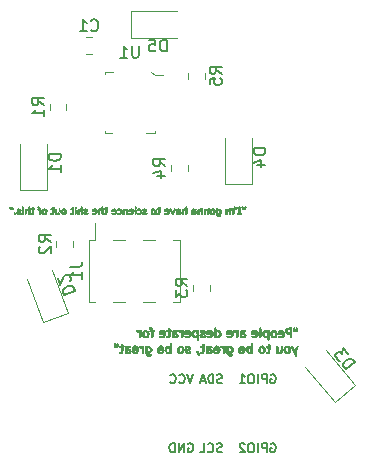
<source format=gbr>
G04 #@! TF.GenerationSoftware,KiCad,Pcbnew,(5.1.5)-3*
G04 #@! TF.CreationDate,2020-07-31T07:34:08-05:00*
G04 #@! TF.ProjectId,matt_damon,6d617474-5f64-4616-9d6f-6e2e6b696361,rev?*
G04 #@! TF.SameCoordinates,Original*
G04 #@! TF.FileFunction,Legend,Bot*
G04 #@! TF.FilePolarity,Positive*
%FSLAX46Y46*%
G04 Gerber Fmt 4.6, Leading zero omitted, Abs format (unit mm)*
G04 Created by KiCad (PCBNEW (5.1.5)-3) date 2020-07-31 07:34:08*
%MOMM*%
%LPD*%
G04 APERTURE LIST*
%ADD10C,0.010000*%
%ADD11C,0.120000*%
%ADD12C,0.100000*%
%ADD13C,0.150000*%
G04 APERTURE END LIST*
D10*
G36*
X-5710992Y1072614D02*
G01*
X-5610505Y1001632D01*
X-5533759Y894153D01*
X-5503333Y773344D01*
X-5533503Y614967D01*
X-5617228Y510996D01*
X-5744328Y472288D01*
X-5783718Y474310D01*
X-5892685Y476874D01*
X-5922945Y449380D01*
X-5875223Y391080D01*
X-5869227Y386030D01*
X-5785364Y358985D01*
X-5678727Y364971D01*
X-5583626Y374370D01*
X-5547773Y346493D01*
X-5545666Y327321D01*
X-5580793Y256756D01*
X-5668736Y218635D01*
X-5783340Y214872D01*
X-5898452Y247382D01*
X-5969000Y296333D01*
X-6013054Y354556D01*
X-6038938Y434567D01*
X-6051009Y558155D01*
X-6053666Y719666D01*
X-6052680Y794162D01*
X-5926086Y794162D01*
X-5925682Y689814D01*
X-5898444Y620889D01*
X-5818313Y591755D01*
X-5726955Y620612D01*
X-5671147Y680172D01*
X-5647813Y767567D01*
X-5685981Y861633D01*
X-5691800Y870672D01*
X-5745885Y947604D01*
X-5787038Y969534D01*
X-5849092Y952039D01*
X-5859704Y947971D01*
X-5902551Y893232D01*
X-5926086Y794162D01*
X-6052680Y794162D01*
X-6051411Y889890D01*
X-6042233Y992066D01*
X-6022519Y1042750D01*
X-5988652Y1058495D01*
X-5979583Y1058911D01*
X-5877189Y1070389D01*
X-5812638Y1084391D01*
X-5710992Y1072614D01*
G37*
X-5710992Y1072614D02*
X-5610505Y1001632D01*
X-5533759Y894153D01*
X-5503333Y773344D01*
X-5533503Y614967D01*
X-5617228Y510996D01*
X-5744328Y472288D01*
X-5783718Y474310D01*
X-5892685Y476874D01*
X-5922945Y449380D01*
X-5875223Y391080D01*
X-5869227Y386030D01*
X-5785364Y358985D01*
X-5678727Y364971D01*
X-5583626Y374370D01*
X-5547773Y346493D01*
X-5545666Y327321D01*
X-5580793Y256756D01*
X-5668736Y218635D01*
X-5783340Y214872D01*
X-5898452Y247382D01*
X-5969000Y296333D01*
X-6013054Y354556D01*
X-6038938Y434567D01*
X-6051009Y558155D01*
X-6053666Y719666D01*
X-6052680Y794162D01*
X-5926086Y794162D01*
X-5925682Y689814D01*
X-5898444Y620889D01*
X-5818313Y591755D01*
X-5726955Y620612D01*
X-5671147Y680172D01*
X-5647813Y767567D01*
X-5685981Y861633D01*
X-5691800Y870672D01*
X-5745885Y947604D01*
X-5787038Y969534D01*
X-5849092Y952039D01*
X-5859704Y947971D01*
X-5902551Y893232D01*
X-5926086Y794162D01*
X-6052680Y794162D01*
X-6051411Y889890D01*
X-6042233Y992066D01*
X-6022519Y1042750D01*
X-5988652Y1058495D01*
X-5979583Y1058911D01*
X-5877189Y1070389D01*
X-5812638Y1084391D01*
X-5710992Y1072614D01*
G36*
X1253217Y1038062D02*
G01*
X1335161Y970980D01*
X1361034Y877297D01*
X1364521Y745437D01*
X1347665Y615949D01*
X1312923Y529876D01*
X1235930Y485405D01*
X1122537Y465720D01*
X1116650Y465666D01*
X1020779Y455848D01*
X974449Y431816D01*
X973667Y427862D01*
X1010103Y378795D01*
X1099417Y355125D01*
X1209864Y364460D01*
X1289803Y369505D01*
X1312334Y326618D01*
X1277861Y253715D01*
X1191196Y217751D01*
X1077467Y221169D01*
X961804Y266416D01*
X929426Y289365D01*
X879277Y341939D01*
X847252Y414877D01*
X827394Y529660D01*
X813832Y706337D01*
X809239Y785693D01*
X973667Y785693D01*
X985817Y662297D01*
X1030318Y605912D01*
X1119245Y601344D01*
X1120091Y601464D01*
X1192037Y644315D01*
X1220715Y738746D01*
X1206053Y862858D01*
X1163684Y915755D01*
X1069610Y951607D01*
X1002818Y911779D01*
X974054Y803621D01*
X973667Y785693D01*
X809239Y785693D01*
X794192Y1045609D01*
X950404Y1070959D01*
X1114914Y1075201D01*
X1253217Y1038062D01*
G37*
X1253217Y1038062D02*
X1335161Y970980D01*
X1361034Y877297D01*
X1364521Y745437D01*
X1347665Y615949D01*
X1312923Y529876D01*
X1235930Y485405D01*
X1122537Y465720D01*
X1116650Y465666D01*
X1020779Y455848D01*
X974449Y431816D01*
X973667Y427862D01*
X1010103Y378795D01*
X1099417Y355125D01*
X1209864Y364460D01*
X1289803Y369505D01*
X1312334Y326618D01*
X1277861Y253715D01*
X1191196Y217751D01*
X1077467Y221169D01*
X961804Y266416D01*
X929426Y289365D01*
X879277Y341939D01*
X847252Y414877D01*
X827394Y529660D01*
X813832Y706337D01*
X809239Y785693D01*
X973667Y785693D01*
X985817Y662297D01*
X1030318Y605912D01*
X1119245Y601344D01*
X1120091Y601464D01*
X1192037Y644315D01*
X1220715Y738746D01*
X1206053Y862858D01*
X1163684Y915755D01*
X1069610Y951607D01*
X1002818Y911779D01*
X974054Y803621D01*
X973667Y785693D01*
X809239Y785693D01*
X794192Y1045609D01*
X950404Y1070959D01*
X1114914Y1075201D01*
X1253217Y1038062D01*
G36*
X6410329Y1025218D02*
G01*
X6474222Y919937D01*
X6498748Y860421D01*
X6574331Y662509D01*
X6647475Y849838D01*
X6704347Y963650D01*
X6764720Y1037604D01*
X6789310Y1050854D01*
X6835699Y1052720D01*
X6852534Y1025032D01*
X6838369Y954141D01*
X6791760Y826397D01*
X6756171Y737759D01*
X6695911Y564211D01*
X6682385Y451804D01*
X6692671Y415851D01*
X6727839Y312036D01*
X6717733Y235932D01*
X6675014Y211666D01*
X6631731Y247957D01*
X6572111Y343091D01*
X6509160Y476250D01*
X6440149Y641835D01*
X6373158Y801589D01*
X6331745Y899583D01*
X6291722Y1000365D01*
X6288238Y1045868D01*
X6322936Y1057953D01*
X6343681Y1058333D01*
X6410329Y1025218D01*
G37*
X6410329Y1025218D02*
X6474222Y919937D01*
X6498748Y860421D01*
X6574331Y662509D01*
X6647475Y849838D01*
X6704347Y963650D01*
X6764720Y1037604D01*
X6789310Y1050854D01*
X6835699Y1052720D01*
X6852534Y1025032D01*
X6838369Y954141D01*
X6791760Y826397D01*
X6756171Y737759D01*
X6695911Y564211D01*
X6682385Y451804D01*
X6692671Y415851D01*
X6727839Y312036D01*
X6717733Y235932D01*
X6675014Y211666D01*
X6631731Y247957D01*
X6572111Y343091D01*
X6509160Y476250D01*
X6440149Y641835D01*
X6373158Y801589D01*
X6331745Y899583D01*
X6291722Y1000365D01*
X6288238Y1045868D01*
X6322936Y1057953D01*
X6343681Y1058333D01*
X6410329Y1025218D01*
G36*
X-1589864Y599478D02*
G01*
X-1535850Y487912D01*
X-1530701Y471338D01*
X-1495025Y345957D01*
X-1485912Y281273D01*
X-1504269Y257300D01*
X-1540570Y254000D01*
X-1591022Y289909D01*
X-1647933Y380144D01*
X-1667570Y424190D01*
X-1714855Y545842D01*
X-1729891Y608451D01*
X-1711760Y631632D01*
X-1659543Y635000D01*
X-1657701Y635000D01*
X-1589864Y599478D01*
G37*
X-1589864Y599478D02*
X-1535850Y487912D01*
X-1530701Y471338D01*
X-1495025Y345957D01*
X-1485912Y281273D01*
X-1504269Y257300D01*
X-1540570Y254000D01*
X-1591022Y289909D01*
X-1647933Y380144D01*
X-1667570Y424190D01*
X-1714855Y545842D01*
X-1729891Y608451D01*
X-1711760Y631632D01*
X-1659543Y635000D01*
X-1657701Y635000D01*
X-1589864Y599478D01*
G36*
X-7969990Y1192631D02*
G01*
X-7958666Y1146528D01*
X-7934590Y1069760D01*
X-7905750Y1045986D01*
X-7874062Y1017718D01*
X-7905750Y970491D01*
X-7939100Y894851D01*
X-7957442Y774941D01*
X-7958666Y735390D01*
X-7975664Y593077D01*
X-8020264Y495167D01*
X-8025190Y489857D01*
X-8118041Y434896D01*
X-8217405Y426436D01*
X-8269111Y451555D01*
X-8299313Y514834D01*
X-8278354Y562082D01*
X-8229561Y564003D01*
X-8153759Y570131D01*
X-8104289Y649963D01*
X-8086315Y793750D01*
X-8095209Y889262D01*
X-8136083Y926431D01*
X-8191500Y931333D01*
X-8276619Y953413D01*
X-8297333Y994833D01*
X-8260533Y1045905D01*
X-8191500Y1058333D01*
X-8108509Y1078177D01*
X-8085666Y1143000D01*
X-8059197Y1211952D01*
X-8022166Y1227666D01*
X-7969990Y1192631D01*
G37*
X-7969990Y1192631D02*
X-7958666Y1146528D01*
X-7934590Y1069760D01*
X-7905750Y1045986D01*
X-7874062Y1017718D01*
X-7905750Y970491D01*
X-7939100Y894851D01*
X-7957442Y774941D01*
X-7958666Y735390D01*
X-7975664Y593077D01*
X-8020264Y495167D01*
X-8025190Y489857D01*
X-8118041Y434896D01*
X-8217405Y426436D01*
X-8269111Y451555D01*
X-8299313Y514834D01*
X-8278354Y562082D01*
X-8229561Y564003D01*
X-8153759Y570131D01*
X-8104289Y649963D01*
X-8086315Y793750D01*
X-8095209Y889262D01*
X-8136083Y926431D01*
X-8191500Y931333D01*
X-8276619Y953413D01*
X-8297333Y994833D01*
X-8260533Y1045905D01*
X-8191500Y1058333D01*
X-8108509Y1078177D01*
X-8085666Y1143000D01*
X-8059197Y1211952D01*
X-8022166Y1227666D01*
X-7969990Y1192631D01*
G36*
X-7410930Y1061434D02*
G01*
X-7337161Y1019271D01*
X-7323666Y984606D01*
X-7346807Y941367D01*
X-7427320Y941651D01*
X-7442077Y944432D01*
X-7531688Y949977D01*
X-7609349Y936636D01*
X-7653982Y912583D01*
X-7644510Y885993D01*
X-7618813Y875888D01*
X-7459696Y828995D01*
X-7364614Y791861D01*
X-7315851Y752209D01*
X-7295694Y697762D01*
X-7289444Y647631D01*
X-7299287Y537931D01*
X-7361940Y470795D01*
X-7488115Y439117D01*
X-7611155Y434180D01*
X-7792809Y434879D01*
X-7782529Y683714D01*
X-7662333Y683714D01*
X-7630374Y603328D01*
X-7556693Y557161D01*
X-7474582Y557584D01*
X-7427220Y596355D01*
X-7426273Y661738D01*
X-7508705Y718297D01*
X-7567083Y738928D01*
X-7639692Y747057D01*
X-7661937Y699092D01*
X-7662333Y683714D01*
X-7782529Y683714D01*
X-7780488Y733113D01*
X-7771923Y889685D01*
X-7757266Y981927D01*
X-7728835Y1030163D01*
X-7678952Y1054714D01*
X-7656567Y1061057D01*
X-7526124Y1077367D01*
X-7410930Y1061434D01*
G37*
X-7410930Y1061434D02*
X-7337161Y1019271D01*
X-7323666Y984606D01*
X-7346807Y941367D01*
X-7427320Y941651D01*
X-7442077Y944432D01*
X-7531688Y949977D01*
X-7609349Y936636D01*
X-7653982Y912583D01*
X-7644510Y885993D01*
X-7618813Y875888D01*
X-7459696Y828995D01*
X-7364614Y791861D01*
X-7315851Y752209D01*
X-7295694Y697762D01*
X-7289444Y647631D01*
X-7299287Y537931D01*
X-7361940Y470795D01*
X-7488115Y439117D01*
X-7611155Y434180D01*
X-7792809Y434879D01*
X-7782529Y683714D01*
X-7662333Y683714D01*
X-7630374Y603328D01*
X-7556693Y557161D01*
X-7474582Y557584D01*
X-7427220Y596355D01*
X-7426273Y661738D01*
X-7508705Y718297D01*
X-7567083Y738928D01*
X-7639692Y747057D01*
X-7661937Y699092D01*
X-7662333Y683714D01*
X-7782529Y683714D01*
X-7780488Y733113D01*
X-7771923Y889685D01*
X-7757266Y981927D01*
X-7728835Y1030163D01*
X-7678952Y1054714D01*
X-7656567Y1061057D01*
X-7526124Y1077367D01*
X-7410930Y1061434D01*
G36*
X-6856862Y1075739D02*
G01*
X-6745339Y1017295D01*
X-6678731Y956746D01*
X-6651902Y864036D01*
X-6649525Y733029D01*
X-6669532Y605832D01*
X-6699389Y536291D01*
X-6780507Y481628D01*
X-6908713Y446613D01*
X-7047313Y438670D01*
X-7122583Y450659D01*
X-7184945Y505171D01*
X-7196666Y551235D01*
X-7186213Y602897D01*
X-7138965Y607687D01*
X-7072667Y587369D01*
X-6937081Y566829D01*
X-6861000Y591061D01*
X-6784598Y647599D01*
X-6789601Y689391D01*
X-6873642Y713983D01*
X-6985000Y719666D01*
X-7110622Y723098D01*
X-7173292Y740609D01*
X-7194661Y783026D01*
X-7196666Y825500D01*
X-7184463Y868844D01*
X-7050203Y868844D01*
X-7016636Y850577D01*
X-6921500Y846666D01*
X-6822132Y851242D01*
X-6792725Y870760D01*
X-6815666Y910166D01*
X-6885003Y963823D01*
X-6921500Y973666D01*
X-6991000Y944021D01*
X-7027333Y910166D01*
X-7050203Y868844D01*
X-7184463Y868844D01*
X-7165555Y935997D01*
X-7089695Y1036132D01*
X-6995300Y1095292D01*
X-6961050Y1100666D01*
X-6856862Y1075739D01*
G37*
X-6856862Y1075739D02*
X-6745339Y1017295D01*
X-6678731Y956746D01*
X-6651902Y864036D01*
X-6649525Y733029D01*
X-6669532Y605832D01*
X-6699389Y536291D01*
X-6780507Y481628D01*
X-6908713Y446613D01*
X-7047313Y438670D01*
X-7122583Y450659D01*
X-7184945Y505171D01*
X-7196666Y551235D01*
X-7186213Y602897D01*
X-7138965Y607687D01*
X-7072667Y587369D01*
X-6937081Y566829D01*
X-6861000Y591061D01*
X-6784598Y647599D01*
X-6789601Y689391D01*
X-6873642Y713983D01*
X-6985000Y719666D01*
X-7110622Y723098D01*
X-7173292Y740609D01*
X-7194661Y783026D01*
X-7196666Y825500D01*
X-7184463Y868844D01*
X-7050203Y868844D01*
X-7016636Y850577D01*
X-6921500Y846666D01*
X-6822132Y851242D01*
X-6792725Y870760D01*
X-6815666Y910166D01*
X-6885003Y963823D01*
X-6921500Y973666D01*
X-6991000Y944021D01*
X-7027333Y910166D01*
X-7050203Y868844D01*
X-7184463Y868844D01*
X-7165555Y935997D01*
X-7089695Y1036132D01*
X-6995300Y1095292D01*
X-6961050Y1100666D01*
X-6856862Y1075739D01*
G36*
X-6223000Y1047595D02*
G01*
X-6223000Y735464D01*
X-6226422Y569616D01*
X-6238774Y472855D01*
X-6263186Y429803D01*
X-6286500Y423333D01*
X-6324718Y444159D01*
X-6344440Y517278D01*
X-6350000Y657225D01*
X-6352722Y791533D01*
X-6368445Y864331D01*
X-6408502Y898758D01*
X-6477000Y916516D01*
X-6580719Y952670D01*
X-6607664Y995331D01*
X-6563615Y1032215D01*
X-6454354Y1051043D01*
X-6413500Y1051419D01*
X-6223000Y1047595D01*
G37*
X-6223000Y1047595D02*
X-6223000Y735464D01*
X-6226422Y569616D01*
X-6238774Y472855D01*
X-6263186Y429803D01*
X-6286500Y423333D01*
X-6324718Y444159D01*
X-6344440Y517278D01*
X-6350000Y657225D01*
X-6352722Y791533D01*
X-6368445Y864331D01*
X-6408502Y898758D01*
X-6477000Y916516D01*
X-6580719Y952670D01*
X-6607664Y995331D01*
X-6563615Y1032215D01*
X-6454354Y1051043D01*
X-6413500Y1051419D01*
X-6223000Y1047595D01*
G36*
X-4664145Y1062953D02*
G01*
X-4567189Y967179D01*
X-4502376Y839393D01*
X-4487333Y745830D01*
X-4524625Y602081D01*
X-4622700Y493587D01*
X-4760861Y432599D01*
X-4918408Y431372D01*
X-4984750Y451370D01*
X-5028868Y506316D01*
X-5037666Y555350D01*
X-5026853Y611525D01*
X-4978882Y605575D01*
X-4949057Y590556D01*
X-4836133Y562554D01*
X-4724017Y582029D01*
X-4648478Y641393D01*
X-4641498Y655801D01*
X-4642300Y694439D01*
X-4693831Y713878D01*
X-4812127Y719632D01*
X-4827328Y719666D01*
X-4952145Y722554D01*
X-5014204Y739864D01*
X-5035406Y784568D01*
X-5037666Y844266D01*
X-5019206Y905363D01*
X-4906964Y905363D01*
X-4891421Y867717D01*
X-4809261Y847435D01*
X-4783666Y846666D01*
X-4694477Y857622D01*
X-4656676Y884017D01*
X-4656666Y884471D01*
X-4692047Y932467D01*
X-4771979Y956020D01*
X-4847166Y946642D01*
X-4906964Y905363D01*
X-5019206Y905363D01*
X-4999753Y969742D01*
X-4903120Y1063473D01*
X-4773429Y1100664D01*
X-4772323Y1100666D01*
X-4664145Y1062953D01*
G37*
X-4664145Y1062953D02*
X-4567189Y967179D01*
X-4502376Y839393D01*
X-4487333Y745830D01*
X-4524625Y602081D01*
X-4622700Y493587D01*
X-4760861Y432599D01*
X-4918408Y431372D01*
X-4984750Y451370D01*
X-5028868Y506316D01*
X-5037666Y555350D01*
X-5026853Y611525D01*
X-4978882Y605575D01*
X-4949057Y590556D01*
X-4836133Y562554D01*
X-4724017Y582029D01*
X-4648478Y641393D01*
X-4641498Y655801D01*
X-4642300Y694439D01*
X-4693831Y713878D01*
X-4812127Y719632D01*
X-4827328Y719666D01*
X-4952145Y722554D01*
X-5014204Y739864D01*
X-5035406Y784568D01*
X-5037666Y844266D01*
X-5019206Y905363D01*
X-4906964Y905363D01*
X-4891421Y867717D01*
X-4809261Y847435D01*
X-4783666Y846666D01*
X-4694477Y857622D01*
X-4656676Y884017D01*
X-4656666Y884471D01*
X-4692047Y932467D01*
X-4771979Y956020D01*
X-4847166Y946642D01*
X-4906964Y905363D01*
X-5019206Y905363D01*
X-4999753Y969742D01*
X-4903120Y1063473D01*
X-4773429Y1100664D01*
X-4772323Y1100666D01*
X-4664145Y1062953D01*
G36*
X-3886684Y1298618D02*
G01*
X-3867783Y1248316D01*
X-3857144Y1147697D01*
X-3852781Y983027D01*
X-3852333Y873202D01*
X-3852333Y434071D01*
X-4044348Y430217D01*
X-4201422Y443732D01*
X-4306041Y496944D01*
X-4319515Y509515D01*
X-4385607Y628335D01*
X-4403720Y780003D01*
X-4401467Y791190D01*
X-4268142Y791190D01*
X-4254889Y661057D01*
X-4189842Y578136D01*
X-4088871Y558874D01*
X-4030487Y582621D01*
X-4005030Y647429D01*
X-4000500Y740833D01*
X-4005515Y849411D01*
X-4032692Y897678D01*
X-4100229Y909899D01*
X-4127500Y910166D01*
X-4220186Y897375D01*
X-4259390Y842419D01*
X-4268142Y791190D01*
X-4401467Y791190D01*
X-4373966Y927680D01*
X-4318000Y1016000D01*
X-4226253Y1087093D01*
X-4139332Y1090940D01*
X-4061217Y1056844D01*
X-4006854Y1036790D01*
X-3983947Y1067685D01*
X-3979333Y1162677D01*
X-3965845Y1272852D01*
X-3922656Y1311957D01*
X-3915833Y1312333D01*
X-3886684Y1298618D01*
G37*
X-3886684Y1298618D02*
X-3867783Y1248316D01*
X-3857144Y1147697D01*
X-3852781Y983027D01*
X-3852333Y873202D01*
X-3852333Y434071D01*
X-4044348Y430217D01*
X-4201422Y443732D01*
X-4306041Y496944D01*
X-4319515Y509515D01*
X-4385607Y628335D01*
X-4403720Y780003D01*
X-4401467Y791190D01*
X-4268142Y791190D01*
X-4254889Y661057D01*
X-4189842Y578136D01*
X-4088871Y558874D01*
X-4030487Y582621D01*
X-4005030Y647429D01*
X-4000500Y740833D01*
X-4005515Y849411D01*
X-4032692Y897678D01*
X-4100229Y909899D01*
X-4127500Y910166D01*
X-4220186Y897375D01*
X-4259390Y842419D01*
X-4268142Y791190D01*
X-4401467Y791190D01*
X-4373966Y927680D01*
X-4318000Y1016000D01*
X-4226253Y1087093D01*
X-4139332Y1090940D01*
X-4061217Y1056844D01*
X-4006854Y1036790D01*
X-3983947Y1067685D01*
X-3979333Y1162677D01*
X-3965845Y1272852D01*
X-3922656Y1311957D01*
X-3915833Y1312333D01*
X-3886684Y1298618D01*
G36*
X-2914093Y1023250D02*
G01*
X-2827487Y913652D01*
X-2794001Y759908D01*
X-2794000Y758927D01*
X-2825127Y595644D01*
X-2907501Y482279D01*
X-3024612Y427981D01*
X-3159949Y441894D01*
X-3260749Y500364D01*
X-3325070Y597011D01*
X-3354518Y725930D01*
X-3214075Y725930D01*
X-3183411Y622772D01*
X-3166533Y601133D01*
X-3077658Y553129D01*
X-2997071Y588157D01*
X-2961223Y638943D01*
X-2931704Y750495D01*
X-2950932Y853967D01*
X-3005462Y929803D01*
X-3081850Y958450D01*
X-3159199Y926880D01*
X-3205669Y842167D01*
X-3214075Y725930D01*
X-3354518Y725930D01*
X-3356242Y733477D01*
X-3351626Y873935D01*
X-3308586Y982557D01*
X-3297189Y995346D01*
X-3168487Y1073279D01*
X-3034274Y1079520D01*
X-2914093Y1023250D01*
G37*
X-2914093Y1023250D02*
X-2827487Y913652D01*
X-2794001Y759908D01*
X-2794000Y758927D01*
X-2825127Y595644D01*
X-2907501Y482279D01*
X-3024612Y427981D01*
X-3159949Y441894D01*
X-3260749Y500364D01*
X-3325070Y597011D01*
X-3354518Y725930D01*
X-3214075Y725930D01*
X-3183411Y622772D01*
X-3166533Y601133D01*
X-3077658Y553129D01*
X-2997071Y588157D01*
X-2961223Y638943D01*
X-2931704Y750495D01*
X-2950932Y853967D01*
X-3005462Y929803D01*
X-3081850Y958450D01*
X-3159199Y926880D01*
X-3205669Y842167D01*
X-3214075Y725930D01*
X-3354518Y725930D01*
X-3356242Y733477D01*
X-3351626Y873935D01*
X-3308586Y982557D01*
X-3297189Y995346D01*
X-3168487Y1073279D01*
X-3034274Y1079520D01*
X-2914093Y1023250D01*
G36*
X-2347166Y1049567D02*
G01*
X-2269675Y994725D01*
X-2249697Y908802D01*
X-2252146Y870663D01*
X-2273395Y780687D01*
X-2331476Y730654D01*
X-2423583Y701617D01*
X-2524931Y668191D01*
X-2579369Y633896D01*
X-2582333Y626205D01*
X-2547295Y577389D01*
X-2462697Y560533D01*
X-2359316Y580866D01*
X-2346800Y586194D01*
X-2271834Y612180D01*
X-2245784Y587351D01*
X-2243666Y553955D01*
X-2279715Y477483D01*
X-2370742Y432332D01*
X-2491074Y424068D01*
X-2615035Y458258D01*
X-2635250Y469057D01*
X-2693228Y545558D01*
X-2709333Y635404D01*
X-2698207Y718087D01*
X-2649607Y768214D01*
X-2540701Y809124D01*
X-2538823Y809687D01*
X-2437746Y850664D01*
X-2386028Y893030D01*
X-2384358Y906637D01*
X-2436699Y942285D01*
X-2536971Y940782D01*
X-2635250Y911360D01*
X-2694119Y905349D01*
X-2709333Y963846D01*
X-2672885Y1033073D01*
X-2581135Y1073817D01*
X-2460478Y1079832D01*
X-2347166Y1049567D01*
G37*
X-2347166Y1049567D02*
X-2269675Y994725D01*
X-2249697Y908802D01*
X-2252146Y870663D01*
X-2273395Y780687D01*
X-2331476Y730654D01*
X-2423583Y701617D01*
X-2524931Y668191D01*
X-2579369Y633896D01*
X-2582333Y626205D01*
X-2547295Y577389D01*
X-2462697Y560533D01*
X-2359316Y580866D01*
X-2346800Y586194D01*
X-2271834Y612180D01*
X-2245784Y587351D01*
X-2243666Y553955D01*
X-2279715Y477483D01*
X-2370742Y432332D01*
X-2491074Y424068D01*
X-2615035Y458258D01*
X-2635250Y469057D01*
X-2693228Y545558D01*
X-2709333Y635404D01*
X-2698207Y718087D01*
X-2649607Y768214D01*
X-2540701Y809124D01*
X-2538823Y809687D01*
X-2437746Y850664D01*
X-2386028Y893030D01*
X-2384358Y906637D01*
X-2436699Y942285D01*
X-2536971Y940782D01*
X-2635250Y911360D01*
X-2694119Y905349D01*
X-2709333Y963846D01*
X-2672885Y1033073D01*
X-2581135Y1073817D01*
X-2460478Y1079832D01*
X-2347166Y1049567D01*
G36*
X-1085199Y1194117D02*
G01*
X-1046000Y1111517D01*
X-1039586Y991347D01*
X-1052241Y836168D01*
X-1078936Y677396D01*
X-1114642Y546450D01*
X-1146687Y482390D01*
X-1224434Y436214D01*
X-1324739Y425512D01*
X-1405548Y452425D01*
X-1419907Y468483D01*
X-1424942Y531599D01*
X-1359987Y567414D01*
X-1319929Y570960D01*
X-1270106Y595707D01*
X-1243184Y679904D01*
X-1235974Y748174D01*
X-1233487Y861802D01*
X-1255125Y916715D01*
X-1311508Y937781D01*
X-1317325Y938674D01*
X-1403469Y970303D01*
X-1428992Y1015708D01*
X-1390021Y1051375D01*
X-1337028Y1058333D01*
X-1252286Y1076829D01*
X-1227671Y1141675D01*
X-1227666Y1143000D01*
X-1202915Y1215134D01*
X-1146505Y1230627D01*
X-1085199Y1194117D01*
G37*
X-1085199Y1194117D02*
X-1046000Y1111517D01*
X-1039586Y991347D01*
X-1052241Y836168D01*
X-1078936Y677396D01*
X-1114642Y546450D01*
X-1146687Y482390D01*
X-1224434Y436214D01*
X-1324739Y425512D01*
X-1405548Y452425D01*
X-1419907Y468483D01*
X-1424942Y531599D01*
X-1359987Y567414D01*
X-1319929Y570960D01*
X-1270106Y595707D01*
X-1243184Y679904D01*
X-1235974Y748174D01*
X-1233487Y861802D01*
X-1255125Y916715D01*
X-1311508Y937781D01*
X-1317325Y938674D01*
X-1403469Y970303D01*
X-1428992Y1015708D01*
X-1390021Y1051375D01*
X-1337028Y1058333D01*
X-1252286Y1076829D01*
X-1227671Y1141675D01*
X-1227666Y1143000D01*
X-1202915Y1215134D01*
X-1146505Y1230627D01*
X-1085199Y1194117D01*
G36*
X-569436Y1074908D02*
G01*
X-472082Y1046540D01*
X-424432Y996261D01*
X-423333Y986231D01*
X-448872Y945167D01*
X-535447Y935732D01*
X-578084Y938606D01*
X-696401Y934780D01*
X-750895Y899730D01*
X-750946Y899583D01*
X-729770Y859115D01*
X-641551Y846666D01*
X-506971Y816801D01*
X-416836Y740601D01*
X-382284Y638165D01*
X-414455Y529587D01*
X-445110Y492271D01*
X-545078Y446189D01*
X-715904Y432883D01*
X-722045Y433008D01*
X-934871Y437856D01*
X-922997Y705193D01*
X-804333Y705193D01*
X-769696Y633460D01*
X-690907Y571953D01*
X-623088Y551620D01*
X-581356Y584022D01*
X-564941Y615659D01*
X-550625Y674257D01*
X-579397Y708441D01*
X-669960Y737408D01*
X-688003Y741981D01*
X-773907Y752538D01*
X-803449Y719524D01*
X-804333Y705193D01*
X-922997Y705193D01*
X-922519Y715943D01*
X-912620Y868328D01*
X-894136Y959111D01*
X-858449Y1011355D01*
X-798708Y1047281D01*
X-687858Y1076708D01*
X-569436Y1074908D01*
G37*
X-569436Y1074908D02*
X-472082Y1046540D01*
X-424432Y996261D01*
X-423333Y986231D01*
X-448872Y945167D01*
X-535447Y935732D01*
X-578084Y938606D01*
X-696401Y934780D01*
X-750895Y899730D01*
X-750946Y899583D01*
X-729770Y859115D01*
X-641551Y846666D01*
X-506971Y816801D01*
X-416836Y740601D01*
X-382284Y638165D01*
X-414455Y529587D01*
X-445110Y492271D01*
X-545078Y446189D01*
X-715904Y432883D01*
X-722045Y433008D01*
X-934871Y437856D01*
X-922997Y705193D01*
X-804333Y705193D01*
X-769696Y633460D01*
X-690907Y571953D01*
X-623088Y551620D01*
X-581356Y584022D01*
X-564941Y615659D01*
X-550625Y674257D01*
X-579397Y708441D01*
X-669960Y737408D01*
X-688003Y741981D01*
X-773907Y752538D01*
X-803449Y719524D01*
X-804333Y705193D01*
X-922997Y705193D01*
X-922519Y715943D01*
X-912620Y868328D01*
X-894136Y959111D01*
X-858449Y1011355D01*
X-798708Y1047281D01*
X-687858Y1076708D01*
X-569436Y1074908D01*
G36*
X72073Y1063526D02*
G01*
X171248Y970298D01*
X238462Y848270D01*
X254000Y762000D01*
X216571Y614198D01*
X118304Y501118D01*
X-19771Y435893D01*
X-176625Y431654D01*
X-243416Y451370D01*
X-288482Y506541D01*
X-296333Y550184D01*
X-286243Y600215D01*
X-240209Y603633D01*
X-172727Y580989D01*
X-66387Y555788D01*
X8664Y582664D01*
X17773Y589850D01*
X76616Y655040D01*
X61973Y696116D01*
X-29832Y716271D01*
X-131589Y719666D01*
X-258032Y721805D01*
X-318646Y735968D01*
X-332268Y773777D01*
X-320284Y836083D01*
X-288473Y902211D01*
X-169773Y902211D01*
X-138308Y862646D01*
X-42333Y846666D01*
X46850Y858106D01*
X84658Y885667D01*
X84667Y886147D01*
X49323Y929733D01*
X-28768Y958900D01*
X-107695Y960440D01*
X-126621Y952734D01*
X-169773Y902211D01*
X-288473Y902211D01*
X-258333Y964862D01*
X-155256Y1061511D01*
X-38356Y1100644D01*
X-35719Y1100666D01*
X72073Y1063526D01*
G37*
X72073Y1063526D02*
X171248Y970298D01*
X238462Y848270D01*
X254000Y762000D01*
X216571Y614198D01*
X118304Y501118D01*
X-19771Y435893D01*
X-176625Y431654D01*
X-243416Y451370D01*
X-288482Y506541D01*
X-296333Y550184D01*
X-286243Y600215D01*
X-240209Y603633D01*
X-172727Y580989D01*
X-66387Y555788D01*
X8664Y582664D01*
X17773Y589850D01*
X76616Y655040D01*
X61973Y696116D01*
X-29832Y716271D01*
X-131589Y719666D01*
X-258032Y721805D01*
X-318646Y735968D01*
X-332268Y773777D01*
X-320284Y836083D01*
X-288473Y902211D01*
X-169773Y902211D01*
X-138308Y862646D01*
X-42333Y846666D01*
X46850Y858106D01*
X84658Y885667D01*
X84667Y886147D01*
X49323Y929733D01*
X-28768Y958900D01*
X-107695Y960440D01*
X-126621Y952734D01*
X-169773Y902211D01*
X-288473Y902211D01*
X-258333Y964862D01*
X-155256Y1061511D01*
X-38356Y1100644D01*
X-35719Y1100666D01*
X72073Y1063526D01*
G36*
X677334Y1043891D02*
G01*
X677334Y733612D01*
X673877Y568326D01*
X661407Y472101D01*
X636769Y429534D01*
X613834Y423333D01*
X573171Y446828D01*
X553808Y527643D01*
X550334Y626533D01*
X534735Y792755D01*
X483273Y890105D01*
X388947Y929308D01*
X351367Y931333D01*
X273715Y954094D01*
X254000Y992433D01*
X277605Y1030462D01*
X358426Y1047421D01*
X465667Y1048712D01*
X677334Y1043891D01*
G37*
X677334Y1043891D02*
X677334Y733612D01*
X673877Y568326D01*
X661407Y472101D01*
X636769Y429534D01*
X613834Y423333D01*
X573171Y446828D01*
X553808Y527643D01*
X550334Y626533D01*
X534735Y792755D01*
X483273Y890105D01*
X388947Y929308D01*
X351367Y931333D01*
X273715Y954094D01*
X254000Y992433D01*
X277605Y1030462D01*
X358426Y1047421D01*
X465667Y1048712D01*
X677334Y1043891D01*
G36*
X2248409Y1046702D02*
G01*
X2346371Y958923D01*
X2387963Y808804D01*
X2389909Y756931D01*
X2357377Y591340D01*
X2264444Y481293D01*
X2118109Y431088D01*
X1925371Y445026D01*
X1894417Y452515D01*
X1833805Y505095D01*
X1820334Y557966D01*
X1836733Y619305D01*
X1894417Y613559D01*
X2032027Y566247D01*
X2122307Y562561D01*
X2180392Y592854D01*
X2236967Y657020D01*
X2218971Y697423D01*
X2123112Y716875D01*
X2032000Y719666D01*
X1906067Y723425D01*
X1843231Y741308D01*
X1822030Y783226D01*
X1820334Y817409D01*
X1843941Y916090D01*
X1993976Y916090D01*
X2006075Y874256D01*
X2083671Y848908D01*
X2125738Y846666D01*
X2214507Y850600D01*
X2231074Y870969D01*
X2192521Y915955D01*
X2111916Y960712D01*
X2056449Y959617D01*
X1993976Y916090D01*
X1843941Y916090D01*
X1854319Y959470D01*
X1951514Y1047623D01*
X2091145Y1075266D01*
X2248409Y1046702D01*
G37*
X2248409Y1046702D02*
X2346371Y958923D01*
X2387963Y808804D01*
X2389909Y756931D01*
X2357377Y591340D01*
X2264444Y481293D01*
X2118109Y431088D01*
X1925371Y445026D01*
X1894417Y452515D01*
X1833805Y505095D01*
X1820334Y557966D01*
X1836733Y619305D01*
X1894417Y613559D01*
X2032027Y566247D01*
X2122307Y562561D01*
X2180392Y592854D01*
X2236967Y657020D01*
X2218971Y697423D01*
X2123112Y716875D01*
X2032000Y719666D01*
X1906067Y723425D01*
X1843231Y741308D01*
X1822030Y783226D01*
X1820334Y817409D01*
X1843941Y916090D01*
X1993976Y916090D01*
X2006075Y874256D01*
X2083671Y848908D01*
X2125738Y846666D01*
X2214507Y850600D01*
X2231074Y870969D01*
X2192521Y915955D01*
X2111916Y960712D01*
X2056449Y959617D01*
X1993976Y916090D01*
X1843941Y916090D01*
X1854319Y959470D01*
X1951514Y1047623D01*
X2091145Y1075266D01*
X2248409Y1046702D01*
G36*
X2971420Y1298557D02*
G01*
X2990347Y1248043D01*
X3000955Y1147017D01*
X3005254Y981701D01*
X3005667Y876829D01*
X3005667Y441324D01*
X2838163Y434645D01*
X2665880Y456923D01*
X2574542Y505796D01*
X2497231Y617366D01*
X2472424Y762336D01*
X2477834Y791190D01*
X2632191Y791190D01*
X2643716Y668023D01*
X2699285Y583204D01*
X2783938Y558664D01*
X2790107Y559681D01*
X2838022Y599509D01*
X2856768Y703519D01*
X2857500Y741413D01*
X2851677Y850274D01*
X2824243Y898564D01*
X2760252Y910114D01*
X2751667Y910166D01*
X2670968Y892093D01*
X2636613Y821603D01*
X2632191Y791190D01*
X2477834Y791190D01*
X2499737Y907993D01*
X2578784Y1021622D01*
X2580619Y1023124D01*
X2705195Y1083679D01*
X2780740Y1081298D01*
X2849503Y1074785D01*
X2875440Y1117650D01*
X2878667Y1184527D01*
X2897356Y1285706D01*
X2942167Y1312333D01*
X2971420Y1298557D01*
G37*
X2971420Y1298557D02*
X2990347Y1248043D01*
X3000955Y1147017D01*
X3005254Y981701D01*
X3005667Y876829D01*
X3005667Y441324D01*
X2838163Y434645D01*
X2665880Y456923D01*
X2574542Y505796D01*
X2497231Y617366D01*
X2472424Y762336D01*
X2477834Y791190D01*
X2632191Y791190D01*
X2643716Y668023D01*
X2699285Y583204D01*
X2783938Y558664D01*
X2790107Y559681D01*
X2838022Y599509D01*
X2856768Y703519D01*
X2857500Y741413D01*
X2851677Y850274D01*
X2824243Y898564D01*
X2760252Y910114D01*
X2751667Y910166D01*
X2670968Y892093D01*
X2636613Y821603D01*
X2632191Y791190D01*
X2477834Y791190D01*
X2499737Y907993D01*
X2578784Y1021622D01*
X2580619Y1023124D01*
X2705195Y1083679D01*
X2780740Y1081298D01*
X2849503Y1074785D01*
X2875440Y1117650D01*
X2878667Y1184527D01*
X2897356Y1285706D01*
X2942167Y1312333D01*
X2971420Y1298557D01*
G36*
X3926677Y1061839D02*
G01*
X4028292Y959344D01*
X4088336Y814161D01*
X4091489Y796860D01*
X4097379Y676095D01*
X4056332Y586384D01*
X4007459Y532277D01*
X3874688Y442066D01*
X3744539Y433431D01*
X3626204Y506312D01*
X3601406Y534876D01*
X3538694Y651855D01*
X3521965Y730587D01*
X3665290Y730587D01*
X3684728Y651623D01*
X3732012Y569395D01*
X3801610Y555207D01*
X3870038Y576029D01*
X3917847Y633735D01*
X3936415Y735068D01*
X3924834Y843868D01*
X3882191Y923975D01*
X3878866Y926880D01*
X3793654Y960068D01*
X3721239Y926485D01*
X3674244Y844027D01*
X3665290Y730587D01*
X3521965Y730587D01*
X3513667Y769633D01*
X3545811Y890483D01*
X3625972Y1003891D01*
X3729740Y1081969D01*
X3803386Y1100666D01*
X3926677Y1061839D01*
G37*
X3926677Y1061839D02*
X4028292Y959344D01*
X4088336Y814161D01*
X4091489Y796860D01*
X4097379Y676095D01*
X4056332Y586384D01*
X4007459Y532277D01*
X3874688Y442066D01*
X3744539Y433431D01*
X3626204Y506312D01*
X3601406Y534876D01*
X3538694Y651855D01*
X3521965Y730587D01*
X3665290Y730587D01*
X3684728Y651623D01*
X3732012Y569395D01*
X3801610Y555207D01*
X3870038Y576029D01*
X3917847Y633735D01*
X3936415Y735068D01*
X3924834Y843868D01*
X3882191Y923975D01*
X3878866Y926880D01*
X3793654Y960068D01*
X3721239Y926485D01*
X3674244Y844027D01*
X3665290Y730587D01*
X3521965Y730587D01*
X3513667Y769633D01*
X3545811Y890483D01*
X3625972Y1003891D01*
X3729740Y1081969D01*
X3803386Y1100666D01*
X3926677Y1061839D01*
G36*
X4459492Y1194076D02*
G01*
X4498000Y1111250D01*
X4507234Y982626D01*
X4498741Y827477D01*
X4476540Y672409D01*
X4444651Y544030D01*
X4407094Y468949D01*
X4400091Y463179D01*
X4299917Y427675D01*
X4205581Y434147D01*
X4176889Y451555D01*
X4145989Y518580D01*
X4179549Y562373D01*
X4233334Y562599D01*
X4285026Y558326D01*
X4310020Y593937D01*
X4317680Y688600D01*
X4318000Y735896D01*
X4312747Y856819D01*
X4290815Y914776D01*
X4242944Y931144D01*
X4233334Y931333D01*
X4164381Y957803D01*
X4148667Y994833D01*
X4183960Y1046547D01*
X4233334Y1058333D01*
X4304086Y1088267D01*
X4318000Y1143000D01*
X4342639Y1215229D01*
X4398721Y1230682D01*
X4459492Y1194076D01*
G37*
X4459492Y1194076D02*
X4498000Y1111250D01*
X4507234Y982626D01*
X4498741Y827477D01*
X4476540Y672409D01*
X4444651Y544030D01*
X4407094Y468949D01*
X4400091Y463179D01*
X4299917Y427675D01*
X4205581Y434147D01*
X4176889Y451555D01*
X4145989Y518580D01*
X4179549Y562373D01*
X4233334Y562599D01*
X4285026Y558326D01*
X4310020Y593937D01*
X4317680Y688600D01*
X4318000Y735896D01*
X4312747Y856819D01*
X4290815Y914776D01*
X4242944Y931144D01*
X4233334Y931333D01*
X4164381Y957803D01*
X4148667Y994833D01*
X4183960Y1046547D01*
X4233334Y1058333D01*
X4304086Y1088267D01*
X4318000Y1143000D01*
X4342639Y1215229D01*
X4398721Y1230682D01*
X4459492Y1194076D01*
G36*
X5520756Y1021055D02*
G01*
X5543212Y926303D01*
X5549626Y799703D01*
X5540091Y666877D01*
X5514696Y553450D01*
X5480147Y490861D01*
X5407404Y457880D01*
X5289170Y437330D01*
X5160078Y431441D01*
X5054762Y442444D01*
X5014251Y460860D01*
X5004765Y509606D01*
X4997976Y619401D01*
X4995334Y766638D01*
X4995334Y769055D01*
X4997727Y922540D01*
X5008478Y1009712D01*
X5032944Y1048869D01*
X5076479Y1058312D01*
X5080000Y1058333D01*
X5129306Y1048024D01*
X5154770Y1003616D01*
X5163891Y904890D01*
X5164667Y830029D01*
X5172037Y684307D01*
X5197403Y604170D01*
X5233533Y575299D01*
X5325817Y573841D01*
X5387960Y648041D01*
X5416910Y793338D01*
X5418667Y851850D01*
X5425790Y983134D01*
X5450354Y1046291D01*
X5482167Y1058333D01*
X5520756Y1021055D01*
G37*
X5520756Y1021055D02*
X5543212Y926303D01*
X5549626Y799703D01*
X5540091Y666877D01*
X5514696Y553450D01*
X5480147Y490861D01*
X5407404Y457880D01*
X5289170Y437330D01*
X5160078Y431441D01*
X5054762Y442444D01*
X5014251Y460860D01*
X5004765Y509606D01*
X4997976Y619401D01*
X4995334Y766638D01*
X4995334Y769055D01*
X4997727Y922540D01*
X5008478Y1009712D01*
X5032944Y1048869D01*
X5076479Y1058312D01*
X5080000Y1058333D01*
X5129306Y1048024D01*
X5154770Y1003616D01*
X5163891Y904890D01*
X5164667Y830029D01*
X5172037Y684307D01*
X5197403Y604170D01*
X5233533Y575299D01*
X5325817Y573841D01*
X5387960Y648041D01*
X5416910Y793338D01*
X5418667Y851850D01*
X5425790Y983134D01*
X5450354Y1046291D01*
X5482167Y1058333D01*
X5520756Y1021055D01*
G36*
X6102907Y1023250D02*
G01*
X6189513Y913652D01*
X6222999Y759908D01*
X6223000Y758927D01*
X6191873Y595644D01*
X6109499Y482279D01*
X5992388Y427981D01*
X5857051Y441894D01*
X5756251Y500364D01*
X5691930Y597011D01*
X5662482Y725930D01*
X5802925Y725930D01*
X5833589Y622772D01*
X5850467Y601133D01*
X5939342Y553129D01*
X6019929Y588157D01*
X6055777Y638943D01*
X6085296Y750495D01*
X6066068Y853967D01*
X6011538Y929803D01*
X5935150Y958450D01*
X5857801Y926880D01*
X5811331Y842167D01*
X5802925Y725930D01*
X5662482Y725930D01*
X5660758Y733477D01*
X5665374Y873935D01*
X5708414Y982557D01*
X5719811Y995346D01*
X5848513Y1073279D01*
X5982726Y1079520D01*
X6102907Y1023250D01*
G37*
X6102907Y1023250D02*
X6189513Y913652D01*
X6222999Y759908D01*
X6223000Y758927D01*
X6191873Y595644D01*
X6109499Y482279D01*
X5992388Y427981D01*
X5857051Y441894D01*
X5756251Y500364D01*
X5691930Y597011D01*
X5662482Y725930D01*
X5802925Y725930D01*
X5833589Y622772D01*
X5850467Y601133D01*
X5939342Y553129D01*
X6019929Y588157D01*
X6055777Y638943D01*
X6085296Y750495D01*
X6066068Y853967D01*
X6011538Y929803D01*
X5935150Y958450D01*
X5857801Y926880D01*
X5811331Y842167D01*
X5802925Y725930D01*
X5662482Y725930D01*
X5660758Y733477D01*
X5665374Y873935D01*
X5708414Y982557D01*
X5719811Y995346D01*
X5848513Y1073279D01*
X5982726Y1079520D01*
X6102907Y1023250D01*
G36*
X-8613013Y1284372D02*
G01*
X-8594819Y1191682D01*
X-8593666Y1143000D01*
X-8604152Y1025257D01*
X-8638911Y976740D01*
X-8657166Y973666D01*
X-8701320Y1001628D01*
X-8719514Y1094318D01*
X-8720666Y1143000D01*
X-8710181Y1260742D01*
X-8675422Y1309260D01*
X-8657166Y1312333D01*
X-8613013Y1284372D01*
G37*
X-8613013Y1284372D02*
X-8594819Y1191682D01*
X-8593666Y1143000D01*
X-8604152Y1025257D01*
X-8638911Y976740D01*
X-8657166Y973666D01*
X-8701320Y1001628D01*
X-8719514Y1094318D01*
X-8720666Y1143000D01*
X-8710181Y1260742D01*
X-8675422Y1309260D01*
X-8657166Y1312333D01*
X-8613013Y1284372D01*
G36*
X-8401346Y1284372D02*
G01*
X-8383152Y1191682D01*
X-8382000Y1143000D01*
X-8392485Y1025257D01*
X-8427244Y976740D01*
X-8445500Y973666D01*
X-8489653Y1001628D01*
X-8507847Y1094318D01*
X-8509000Y1143000D01*
X-8498514Y1260742D01*
X-8463756Y1309260D01*
X-8445500Y1312333D01*
X-8401346Y1284372D01*
G37*
X-8401346Y1284372D02*
X-8383152Y1191682D01*
X-8382000Y1143000D01*
X-8392485Y1025257D01*
X-8427244Y976740D01*
X-8445500Y973666D01*
X-8489653Y1001628D01*
X-8507847Y1094318D01*
X-8509000Y1143000D01*
X-8498514Y1260742D01*
X-8463756Y1309260D01*
X-8445500Y1312333D01*
X-8401346Y1284372D01*
G36*
X-1566333Y2401863D02*
G01*
X-1566333Y1984098D01*
X-1568475Y1788176D01*
X-1576319Y1662850D01*
X-1591992Y1594124D01*
X-1617621Y1568002D01*
X-1629833Y1566333D01*
X-1680462Y1603838D01*
X-1693333Y1686001D01*
X-1702754Y1769435D01*
X-1748826Y1793775D01*
X-1816143Y1787645D01*
X-1952313Y1804724D01*
X-2055278Y1889651D01*
X-2110861Y2027772D01*
X-2116666Y2098283D01*
X-2111283Y2163422D01*
X-1973851Y2163422D01*
X-1971292Y2054745D01*
X-1948069Y1991040D01*
X-1875532Y1914887D01*
X-1795264Y1911016D01*
X-1729230Y1972425D01*
X-1700776Y2069894D01*
X-1712364Y2200166D01*
X-1781084Y2269719D01*
X-1872443Y2285352D01*
X-1938345Y2250242D01*
X-1973851Y2163422D01*
X-2111283Y2163422D01*
X-2103275Y2260298D01*
X-2052943Y2355869D01*
X-1950434Y2399758D01*
X-1797801Y2407200D01*
X-1566333Y2401863D01*
G37*
X-1566333Y2401863D02*
X-1566333Y1984098D01*
X-1568475Y1788176D01*
X-1576319Y1662850D01*
X-1591992Y1594124D01*
X-1617621Y1568002D01*
X-1629833Y1566333D01*
X-1680462Y1603838D01*
X-1693333Y1686001D01*
X-1702754Y1769435D01*
X-1748826Y1793775D01*
X-1816143Y1787645D01*
X-1952313Y1804724D01*
X-2055278Y1889651D01*
X-2110861Y2027772D01*
X-2116666Y2098283D01*
X-2111283Y2163422D01*
X-1973851Y2163422D01*
X-1971292Y2054745D01*
X-1948069Y1991040D01*
X-1875532Y1914887D01*
X-1795264Y1911016D01*
X-1729230Y1972425D01*
X-1700776Y2069894D01*
X-1712364Y2200166D01*
X-1781084Y2269719D01*
X-1872443Y2285352D01*
X-1938345Y2250242D01*
X-1973851Y2163422D01*
X-2111283Y2163422D01*
X-2103275Y2260298D01*
X-2052943Y2355869D01*
X-1950434Y2399758D01*
X-1797801Y2407200D01*
X-1566333Y2401863D01*
G36*
X4402667Y2401938D02*
G01*
X4402667Y1984136D01*
X4400525Y1788204D01*
X4392683Y1662868D01*
X4377012Y1594133D01*
X4351386Y1568005D01*
X4339167Y1566333D01*
X4288095Y1603134D01*
X4275667Y1672166D01*
X4261998Y1747803D01*
X4203894Y1775472D01*
X4148667Y1778000D01*
X4009177Y1814118D01*
X3908583Y1908585D01*
X3855791Y2040573D01*
X3856582Y2070587D01*
X3995678Y2070587D01*
X4029487Y1971648D01*
X4106275Y1916142D01*
X4162114Y1913014D01*
X4222839Y1935778D01*
X4249415Y1997203D01*
X4254500Y2095500D01*
X4246979Y2207577D01*
X4215766Y2260678D01*
X4159660Y2278307D01*
X4069860Y2260076D01*
X4017721Y2188412D01*
X3995678Y2070587D01*
X3856582Y2070587D01*
X3859711Y2189254D01*
X3917671Y2318110D01*
X3975762Y2376495D01*
X4060789Y2402827D01*
X4192838Y2406666D01*
X4402667Y2401938D01*
G37*
X4402667Y2401938D02*
X4402667Y1984136D01*
X4400525Y1788204D01*
X4392683Y1662868D01*
X4377012Y1594133D01*
X4351386Y1568005D01*
X4339167Y1566333D01*
X4288095Y1603134D01*
X4275667Y1672166D01*
X4261998Y1747803D01*
X4203894Y1775472D01*
X4148667Y1778000D01*
X4009177Y1814118D01*
X3908583Y1908585D01*
X3855791Y2040573D01*
X3856582Y2070587D01*
X3995678Y2070587D01*
X4029487Y1971648D01*
X4106275Y1916142D01*
X4162114Y1913014D01*
X4222839Y1935778D01*
X4249415Y1997203D01*
X4254500Y2095500D01*
X4246979Y2207577D01*
X4215766Y2260678D01*
X4159660Y2278307D01*
X4069860Y2260076D01*
X4017721Y2188412D01*
X3995678Y2070587D01*
X3856582Y2070587D01*
X3859711Y2189254D01*
X3917671Y2318110D01*
X3975762Y2376495D01*
X4060789Y2402827D01*
X4192838Y2406666D01*
X4402667Y2401938D01*
G36*
X-6434666Y2398558D02*
G01*
X-6434666Y2088279D01*
X-6438375Y1921629D01*
X-6451435Y1824721D01*
X-6476745Y1782874D01*
X-6495954Y1778000D01*
X-6536689Y1806806D01*
X-6561163Y1900881D01*
X-6570038Y2000250D01*
X-6581371Y2131391D01*
X-6605616Y2203386D01*
X-6657370Y2241740D01*
X-6720416Y2263004D01*
X-6829928Y2309157D01*
X-6859250Y2353310D01*
X-6812645Y2387390D01*
X-6694373Y2403325D01*
X-6646333Y2403379D01*
X-6434666Y2398558D01*
G37*
X-6434666Y2398558D02*
X-6434666Y2088279D01*
X-6438375Y1921629D01*
X-6451435Y1824721D01*
X-6476745Y1782874D01*
X-6495954Y1778000D01*
X-6536689Y1806806D01*
X-6561163Y1900881D01*
X-6570038Y2000250D01*
X-6581371Y2131391D01*
X-6605616Y2203386D01*
X-6657370Y2241740D01*
X-6720416Y2263004D01*
X-6829928Y2309157D01*
X-6859250Y2353310D01*
X-6812645Y2387390D01*
X-6694373Y2403325D01*
X-6646333Y2403379D01*
X-6434666Y2398558D01*
G36*
X-5856321Y2361177D02*
G01*
X-5827394Y2335583D01*
X-5773422Y2225840D01*
X-5757480Y2082965D01*
X-5779009Y1943925D01*
X-5834750Y1848061D01*
X-5950937Y1790324D01*
X-6088402Y1784479D01*
X-6208678Y1829823D01*
X-6237605Y1855417D01*
X-6291577Y1965159D01*
X-6304317Y2079337D01*
X-6180666Y2079337D01*
X-6151800Y1980209D01*
X-6082686Y1921494D01*
X-5999551Y1909938D01*
X-5928625Y1952289D01*
X-5902484Y2007778D01*
X-5892566Y2147579D01*
X-5935430Y2245860D01*
X-6023328Y2285821D01*
X-6030823Y2286000D01*
X-6127492Y2251217D01*
X-6175409Y2148251D01*
X-6180666Y2079337D01*
X-6304317Y2079337D01*
X-6307520Y2108034D01*
X-6285991Y2247075D01*
X-6230250Y2342939D01*
X-6114062Y2400675D01*
X-5976597Y2406521D01*
X-5856321Y2361177D01*
G37*
X-5856321Y2361177D02*
X-5827394Y2335583D01*
X-5773422Y2225840D01*
X-5757480Y2082965D01*
X-5779009Y1943925D01*
X-5834750Y1848061D01*
X-5950937Y1790324D01*
X-6088402Y1784479D01*
X-6208678Y1829823D01*
X-6237605Y1855417D01*
X-6291577Y1965159D01*
X-6304317Y2079337D01*
X-6180666Y2079337D01*
X-6151800Y1980209D01*
X-6082686Y1921494D01*
X-5999551Y1909938D01*
X-5928625Y1952289D01*
X-5902484Y2007778D01*
X-5892566Y2147579D01*
X-5935430Y2245860D01*
X-6023328Y2285821D01*
X-6030823Y2286000D01*
X-6127492Y2251217D01*
X-6175409Y2148251D01*
X-6180666Y2079337D01*
X-6304317Y2079337D01*
X-6307520Y2108034D01*
X-6285991Y2247075D01*
X-6230250Y2342939D01*
X-6114062Y2400675D01*
X-5976597Y2406521D01*
X-5856321Y2361177D01*
G36*
X-5481436Y2592411D02*
G01*
X-5434781Y2513775D01*
X-5402104Y2436936D01*
X-5371744Y2413000D01*
X-5338237Y2378644D01*
X-5334000Y2349500D01*
X-5356859Y2293164D01*
X-5376333Y2286000D01*
X-5398882Y2247440D01*
X-5414170Y2146709D01*
X-5418666Y2032000D01*
X-5423543Y1884514D01*
X-5440831Y1805329D01*
X-5474515Y1778501D01*
X-5482166Y1778000D01*
X-5519038Y1797507D01*
X-5538834Y1866657D01*
X-5545541Y2001396D01*
X-5545666Y2032000D01*
X-5548756Y2173864D01*
X-5562326Y2250520D01*
X-5592833Y2281330D01*
X-5630333Y2286000D01*
X-5699285Y2312470D01*
X-5715000Y2349500D01*
X-5679707Y2401214D01*
X-5630333Y2413000D01*
X-5561543Y2430728D01*
X-5545666Y2455333D01*
X-5582859Y2497471D01*
X-5688409Y2502696D01*
X-5704416Y2500827D01*
X-5749485Y2521980D01*
X-5752211Y2577608D01*
X-5714380Y2629930D01*
X-5697916Y2638409D01*
X-5581823Y2645758D01*
X-5481436Y2592411D01*
G37*
X-5481436Y2592411D02*
X-5434781Y2513775D01*
X-5402104Y2436936D01*
X-5371744Y2413000D01*
X-5338237Y2378644D01*
X-5334000Y2349500D01*
X-5356859Y2293164D01*
X-5376333Y2286000D01*
X-5398882Y2247440D01*
X-5414170Y2146709D01*
X-5418666Y2032000D01*
X-5423543Y1884514D01*
X-5440831Y1805329D01*
X-5474515Y1778501D01*
X-5482166Y1778000D01*
X-5519038Y1797507D01*
X-5538834Y1866657D01*
X-5545541Y2001396D01*
X-5545666Y2032000D01*
X-5548756Y2173864D01*
X-5562326Y2250520D01*
X-5592833Y2281330D01*
X-5630333Y2286000D01*
X-5699285Y2312470D01*
X-5715000Y2349500D01*
X-5679707Y2401214D01*
X-5630333Y2413000D01*
X-5561543Y2430728D01*
X-5545666Y2455333D01*
X-5582859Y2497471D01*
X-5688409Y2502696D01*
X-5704416Y2500827D01*
X-5749485Y2521980D01*
X-5752211Y2577608D01*
X-5714380Y2629930D01*
X-5697916Y2638409D01*
X-5581823Y2645758D01*
X-5481436Y2592411D01*
G36*
X-4504657Y2385040D02*
G01*
X-4406399Y2298400D01*
X-4363170Y2148938D01*
X-4360333Y2083984D01*
X-4374816Y1950118D01*
X-4426296Y1866424D01*
X-4454419Y1843900D01*
X-4578524Y1795175D01*
X-4732233Y1782260D01*
X-4857750Y1806036D01*
X-4905931Y1861850D01*
X-4910666Y1889279D01*
X-4890974Y1928355D01*
X-4819349Y1932361D01*
X-4762036Y1923286D01*
X-4622584Y1918290D01*
X-4550369Y1947718D01*
X-4493955Y2011797D01*
X-4512151Y2052149D01*
X-4608237Y2071564D01*
X-4699000Y2074333D01*
X-4825660Y2078618D01*
X-4888847Y2097256D01*
X-4909561Y2138924D01*
X-4910666Y2161783D01*
X-4894945Y2243666D01*
X-4762500Y2243666D01*
X-4744469Y2214987D01*
X-4657817Y2201695D01*
X-4635500Y2201333D01*
X-4537846Y2211216D01*
X-4505959Y2237436D01*
X-4508500Y2243666D01*
X-4567001Y2276736D01*
X-4635500Y2286000D01*
X-4724146Y2270020D01*
X-4762500Y2243666D01*
X-4894945Y2243666D01*
X-4883006Y2305842D01*
X-4797679Y2388364D01*
X-4661738Y2413000D01*
X-4504657Y2385040D01*
G37*
X-4504657Y2385040D02*
X-4406399Y2298400D01*
X-4363170Y2148938D01*
X-4360333Y2083984D01*
X-4374816Y1950118D01*
X-4426296Y1866424D01*
X-4454419Y1843900D01*
X-4578524Y1795175D01*
X-4732233Y1782260D01*
X-4857750Y1806036D01*
X-4905931Y1861850D01*
X-4910666Y1889279D01*
X-4890974Y1928355D01*
X-4819349Y1932361D01*
X-4762036Y1923286D01*
X-4622584Y1918290D01*
X-4550369Y1947718D01*
X-4493955Y2011797D01*
X-4512151Y2052149D01*
X-4608237Y2071564D01*
X-4699000Y2074333D01*
X-4825660Y2078618D01*
X-4888847Y2097256D01*
X-4909561Y2138924D01*
X-4910666Y2161783D01*
X-4894945Y2243666D01*
X-4762500Y2243666D01*
X-4744469Y2214987D01*
X-4657817Y2201695D01*
X-4635500Y2201333D01*
X-4537846Y2211216D01*
X-4505959Y2237436D01*
X-4508500Y2243666D01*
X-4567001Y2276736D01*
X-4635500Y2286000D01*
X-4724146Y2270020D01*
X-4762500Y2243666D01*
X-4894945Y2243666D01*
X-4883006Y2305842D01*
X-4797679Y2388364D01*
X-4661738Y2413000D01*
X-4504657Y2385040D01*
G36*
X-3991119Y2547040D02*
G01*
X-3979333Y2497666D01*
X-3961605Y2428876D01*
X-3937000Y2413000D01*
X-3899443Y2378712D01*
X-3894666Y2349500D01*
X-3917525Y2293164D01*
X-3937000Y2286000D01*
X-3961570Y2248016D01*
X-3976844Y2151284D01*
X-3979333Y2082800D01*
X-3989348Y1952002D01*
X-4014709Y1853857D01*
X-4030133Y1828800D01*
X-4105718Y1789181D01*
X-4201283Y1778364D01*
X-4283240Y1795209D01*
X-4318000Y1838556D01*
X-4281964Y1891019D01*
X-4222750Y1912639D01*
X-4160088Y1936068D01*
X-4128035Y1998912D01*
X-4114482Y2106083D01*
X-4110554Y2218931D01*
X-4128837Y2270970D01*
X-4181655Y2285480D01*
X-4209732Y2286000D01*
X-4296672Y2307660D01*
X-4318000Y2349500D01*
X-4281199Y2400571D01*
X-4212166Y2413000D01*
X-4129176Y2432843D01*
X-4106333Y2497666D01*
X-4079863Y2566619D01*
X-4042833Y2582333D01*
X-3991119Y2547040D01*
G37*
X-3991119Y2547040D02*
X-3979333Y2497666D01*
X-3961605Y2428876D01*
X-3937000Y2413000D01*
X-3899443Y2378712D01*
X-3894666Y2349500D01*
X-3917525Y2293164D01*
X-3937000Y2286000D01*
X-3961570Y2248016D01*
X-3976844Y2151284D01*
X-3979333Y2082800D01*
X-3989348Y1952002D01*
X-4014709Y1853857D01*
X-4030133Y1828800D01*
X-4105718Y1789181D01*
X-4201283Y1778364D01*
X-4283240Y1795209D01*
X-4318000Y1838556D01*
X-4281964Y1891019D01*
X-4222750Y1912639D01*
X-4160088Y1936068D01*
X-4128035Y1998912D01*
X-4114482Y2106083D01*
X-4110554Y2218931D01*
X-4128837Y2270970D01*
X-4181655Y2285480D01*
X-4209732Y2286000D01*
X-4296672Y2307660D01*
X-4318000Y2349500D01*
X-4281199Y2400571D01*
X-4212166Y2413000D01*
X-4129176Y2432843D01*
X-4106333Y2497666D01*
X-4079863Y2566619D01*
X-4042833Y2582333D01*
X-3991119Y2547040D01*
G36*
X-3409059Y2406092D02*
G01*
X-3355303Y2379676D01*
X-3344333Y2336834D01*
X-3360613Y2286025D01*
X-3424160Y2272357D01*
X-3487500Y2277382D01*
X-3592153Y2276358D01*
X-3656410Y2251562D01*
X-3659331Y2247714D01*
X-3646807Y2213290D01*
X-3558498Y2201333D01*
X-3436857Y2172721D01*
X-3329945Y2101601D01*
X-3266470Y2010051D01*
X-3259666Y1971524D01*
X-3297414Y1870623D01*
X-3405626Y1806770D01*
X-3576755Y1784111D01*
X-3600545Y1784342D01*
X-3810000Y1789061D01*
X-3810000Y2017173D01*
X-3683000Y2017173D01*
X-3646066Y1944962D01*
X-3534494Y1910809D01*
X-3499979Y1908342D01*
X-3440433Y1931725D01*
X-3436841Y1979083D01*
X-3477938Y2034810D01*
X-3554111Y2066079D01*
X-3632375Y2067786D01*
X-3679744Y2034827D01*
X-3683000Y2017173D01*
X-3810000Y2017173D01*
X-3810000Y2050231D01*
X-3802055Y2200508D01*
X-3781228Y2315328D01*
X-3759200Y2362200D01*
X-3687470Y2393894D01*
X-3569615Y2411634D01*
X-3526366Y2413000D01*
X-3409059Y2406092D01*
G37*
X-3409059Y2406092D02*
X-3355303Y2379676D01*
X-3344333Y2336834D01*
X-3360613Y2286025D01*
X-3424160Y2272357D01*
X-3487500Y2277382D01*
X-3592153Y2276358D01*
X-3656410Y2251562D01*
X-3659331Y2247714D01*
X-3646807Y2213290D01*
X-3558498Y2201333D01*
X-3436857Y2172721D01*
X-3329945Y2101601D01*
X-3266470Y2010051D01*
X-3259666Y1971524D01*
X-3297414Y1870623D01*
X-3405626Y1806770D01*
X-3576755Y1784111D01*
X-3600545Y1784342D01*
X-3810000Y1789061D01*
X-3810000Y2017173D01*
X-3683000Y2017173D01*
X-3646066Y1944962D01*
X-3534494Y1910809D01*
X-3499979Y1908342D01*
X-3440433Y1931725D01*
X-3436841Y1979083D01*
X-3477938Y2034810D01*
X-3554111Y2066079D01*
X-3632375Y2067786D01*
X-3679744Y2034827D01*
X-3683000Y2017173D01*
X-3810000Y2017173D01*
X-3810000Y2050231D01*
X-3802055Y2200508D01*
X-3781228Y2315328D01*
X-3759200Y2362200D01*
X-3687470Y2393894D01*
X-3569615Y2411634D01*
X-3526366Y2413000D01*
X-3409059Y2406092D01*
G36*
X-2878666Y2398558D02*
G01*
X-2878666Y2088279D01*
X-2882375Y1921629D01*
X-2895435Y1824721D01*
X-2920745Y1782874D01*
X-2939954Y1778000D01*
X-2980689Y1806806D01*
X-3005163Y1900881D01*
X-3014038Y2000250D01*
X-3025371Y2131391D01*
X-3049616Y2203386D01*
X-3101370Y2241740D01*
X-3164416Y2263004D01*
X-3273928Y2309157D01*
X-3303250Y2353310D01*
X-3256645Y2387390D01*
X-3138373Y2403325D01*
X-3090333Y2403379D01*
X-2878666Y2398558D01*
G37*
X-2878666Y2398558D02*
X-2878666Y2088279D01*
X-2882375Y1921629D01*
X-2895435Y1824721D01*
X-2920745Y1782874D01*
X-2939954Y1778000D01*
X-2980689Y1806806D01*
X-3005163Y1900881D01*
X-3014038Y2000250D01*
X-3025371Y2131391D01*
X-3049616Y2203386D01*
X-3101370Y2241740D01*
X-3164416Y2263004D01*
X-3273928Y2309157D01*
X-3303250Y2353310D01*
X-3256645Y2387390D01*
X-3138373Y2403325D01*
X-3090333Y2403379D01*
X-2878666Y2398558D01*
G36*
X-2340439Y2379746D02*
G01*
X-2243112Y2282091D01*
X-2202428Y2123199D01*
X-2201333Y2086080D01*
X-2237759Y1939422D01*
X-2334755Y1833609D01*
X-2473897Y1779013D01*
X-2636764Y1786005D01*
X-2698750Y1806036D01*
X-2747230Y1861900D01*
X-2751666Y1887861D01*
X-2731535Y1925198D01*
X-2659114Y1931230D01*
X-2586373Y1921902D01*
X-2472792Y1911663D01*
X-2409435Y1934694D01*
X-2373216Y1984902D01*
X-2350607Y2037554D01*
X-2367384Y2064031D01*
X-2440110Y2073293D01*
X-2538510Y2074333D01*
X-2664443Y2077292D01*
X-2727454Y2094221D01*
X-2749270Y2137201D01*
X-2751666Y2192866D01*
X-2741870Y2243666D01*
X-2603500Y2243666D01*
X-2586958Y2213685D01*
X-2504595Y2201354D01*
X-2500165Y2201333D01*
X-2409920Y2213377D01*
X-2370718Y2242474D01*
X-2370666Y2243666D01*
X-2406817Y2275766D01*
X-2474001Y2286000D01*
X-2563638Y2270391D01*
X-2603500Y2243666D01*
X-2741870Y2243666D01*
X-2727340Y2319008D01*
X-2647816Y2389590D01*
X-2503284Y2412921D01*
X-2491600Y2413000D01*
X-2340439Y2379746D01*
G37*
X-2340439Y2379746D02*
X-2243112Y2282091D01*
X-2202428Y2123199D01*
X-2201333Y2086080D01*
X-2237759Y1939422D01*
X-2334755Y1833609D01*
X-2473897Y1779013D01*
X-2636764Y1786005D01*
X-2698750Y1806036D01*
X-2747230Y1861900D01*
X-2751666Y1887861D01*
X-2731535Y1925198D01*
X-2659114Y1931230D01*
X-2586373Y1921902D01*
X-2472792Y1911663D01*
X-2409435Y1934694D01*
X-2373216Y1984902D01*
X-2350607Y2037554D01*
X-2367384Y2064031D01*
X-2440110Y2073293D01*
X-2538510Y2074333D01*
X-2664443Y2077292D01*
X-2727454Y2094221D01*
X-2749270Y2137201D01*
X-2751666Y2192866D01*
X-2741870Y2243666D01*
X-2603500Y2243666D01*
X-2586958Y2213685D01*
X-2504595Y2201354D01*
X-2500165Y2201333D01*
X-2409920Y2213377D01*
X-2370718Y2242474D01*
X-2370666Y2243666D01*
X-2406817Y2275766D01*
X-2474001Y2286000D01*
X-2563638Y2270391D01*
X-2603500Y2243666D01*
X-2741870Y2243666D01*
X-2727340Y2319008D01*
X-2647816Y2389590D01*
X-2503284Y2412921D01*
X-2491600Y2413000D01*
X-2340439Y2379746D01*
G36*
X-1098782Y2394354D02*
G01*
X-1006177Y2331995D01*
X-980746Y2219862D01*
X-982110Y2204957D01*
X-1015955Y2117399D01*
X-1106665Y2060363D01*
X-1141122Y2048218D01*
X-1242148Y2004740D01*
X-1300230Y1959374D01*
X-1303399Y1952968D01*
X-1284445Y1916435D01*
X-1212827Y1906728D01*
X-1116275Y1924102D01*
X-1052174Y1950630D01*
X-990051Y1974306D01*
X-976544Y1936417D01*
X-980874Y1897713D01*
X-1004690Y1831866D01*
X-1067903Y1799116D01*
X-1166357Y1786559D01*
X-1303992Y1791862D01*
X-1395098Y1839010D01*
X-1413589Y1857609D01*
X-1469197Y1962805D01*
X-1444618Y2057490D01*
X-1344320Y2132499D01*
X-1266169Y2160031D01*
X-1156553Y2204688D01*
X-1126406Y2247979D01*
X-1171514Y2275664D01*
X-1287663Y2273505D01*
X-1299224Y2271726D01*
X-1396387Y2262556D01*
X-1432012Y2283600D01*
X-1431073Y2319977D01*
X-1384138Y2376560D01*
X-1265090Y2404358D01*
X-1256110Y2405148D01*
X-1098782Y2394354D01*
G37*
X-1098782Y2394354D02*
X-1006177Y2331995D01*
X-980746Y2219862D01*
X-982110Y2204957D01*
X-1015955Y2117399D01*
X-1106665Y2060363D01*
X-1141122Y2048218D01*
X-1242148Y2004740D01*
X-1300230Y1959374D01*
X-1303399Y1952968D01*
X-1284445Y1916435D01*
X-1212827Y1906728D01*
X-1116275Y1924102D01*
X-1052174Y1950630D01*
X-990051Y1974306D01*
X-976544Y1936417D01*
X-980874Y1897713D01*
X-1004690Y1831866D01*
X-1067903Y1799116D01*
X-1166357Y1786559D01*
X-1303992Y1791862D01*
X-1395098Y1839010D01*
X-1413589Y1857609D01*
X-1469197Y1962805D01*
X-1444618Y2057490D01*
X-1344320Y2132499D01*
X-1266169Y2160031D01*
X-1156553Y2204688D01*
X-1126406Y2247979D01*
X-1171514Y2275664D01*
X-1287663Y2273505D01*
X-1299224Y2271726D01*
X-1396387Y2262556D01*
X-1432012Y2283600D01*
X-1431073Y2319977D01*
X-1384138Y2376560D01*
X-1265090Y2404358D01*
X-1256110Y2405148D01*
X-1098782Y2394354D01*
G36*
X-480881Y2383099D02*
G01*
X-381053Y2292932D01*
X-339913Y2141805D01*
X-338666Y2102750D01*
X-371888Y1939711D01*
X-464999Y1829443D01*
X-608174Y1782238D01*
X-645583Y1781342D01*
X-758131Y1789953D01*
X-835944Y1805980D01*
X-836083Y1806036D01*
X-884264Y1861850D01*
X-889000Y1889279D01*
X-869307Y1928355D01*
X-797682Y1932361D01*
X-740369Y1923286D01*
X-600917Y1918290D01*
X-528702Y1947718D01*
X-472288Y2011797D01*
X-490485Y2052149D01*
X-586570Y2071564D01*
X-677333Y2074333D01*
X-803994Y2078618D01*
X-867180Y2097256D01*
X-887895Y2138924D01*
X-889000Y2161783D01*
X-873278Y2243666D01*
X-740833Y2243666D01*
X-724291Y2213685D01*
X-641928Y2201354D01*
X-637498Y2201333D01*
X-547253Y2213377D01*
X-508051Y2242474D01*
X-508000Y2243666D01*
X-544150Y2275766D01*
X-611335Y2286000D01*
X-700971Y2270391D01*
X-740833Y2243666D01*
X-873278Y2243666D01*
X-861339Y2305842D01*
X-776012Y2388364D01*
X-640072Y2413000D01*
X-480881Y2383099D01*
G37*
X-480881Y2383099D02*
X-381053Y2292932D01*
X-339913Y2141805D01*
X-338666Y2102750D01*
X-371888Y1939711D01*
X-464999Y1829443D01*
X-608174Y1782238D01*
X-645583Y1781342D01*
X-758131Y1789953D01*
X-835944Y1805980D01*
X-836083Y1806036D01*
X-884264Y1861850D01*
X-889000Y1889279D01*
X-869307Y1928355D01*
X-797682Y1932361D01*
X-740369Y1923286D01*
X-600917Y1918290D01*
X-528702Y1947718D01*
X-472288Y2011797D01*
X-490485Y2052149D01*
X-586570Y2071564D01*
X-677333Y2074333D01*
X-803994Y2078618D01*
X-867180Y2097256D01*
X-887895Y2138924D01*
X-889000Y2161783D01*
X-873278Y2243666D01*
X-740833Y2243666D01*
X-724291Y2213685D01*
X-641928Y2201354D01*
X-637498Y2201333D01*
X-547253Y2213377D01*
X-508051Y2242474D01*
X-508000Y2243666D01*
X-544150Y2275766D01*
X-611335Y2286000D01*
X-700971Y2270391D01*
X-740833Y2243666D01*
X-873278Y2243666D01*
X-861339Y2305842D01*
X-776012Y2388364D01*
X-640072Y2413000D01*
X-480881Y2383099D01*
G36*
X-97095Y2587866D02*
G01*
X-84666Y2518833D01*
X-73348Y2446839D01*
X-22709Y2417686D01*
X61100Y2413000D01*
X204711Y2377472D01*
X299548Y2276567D01*
X338164Y2118806D01*
X338667Y2095500D01*
X312923Y1933532D01*
X231816Y1832696D01*
X89535Y1787681D01*
X-1838Y1784334D01*
X-211666Y1789061D01*
X-211666Y2120194D01*
X-84666Y2120194D01*
X-72214Y2007146D01*
X-40866Y1939059D01*
X-31750Y1933036D01*
X77307Y1911743D01*
X149615Y1960544D01*
X174596Y2005478D01*
X194992Y2127565D01*
X151416Y2227964D01*
X57323Y2282312D01*
X19677Y2286000D01*
X-48108Y2276246D01*
X-77868Y2231030D01*
X-84660Y2126424D01*
X-84666Y2120194D01*
X-211666Y2120194D01*
X-211666Y2206864D01*
X-209525Y2402796D01*
X-201682Y2528132D01*
X-186012Y2596867D01*
X-160386Y2622995D01*
X-148166Y2624666D01*
X-97095Y2587866D01*
G37*
X-97095Y2587866D02*
X-84666Y2518833D01*
X-73348Y2446839D01*
X-22709Y2417686D01*
X61100Y2413000D01*
X204711Y2377472D01*
X299548Y2276567D01*
X338164Y2118806D01*
X338667Y2095500D01*
X312923Y1933532D01*
X231816Y1832696D01*
X89535Y1787681D01*
X-1838Y1784334D01*
X-211666Y1789061D01*
X-211666Y2120194D01*
X-84666Y2120194D01*
X-72214Y2007146D01*
X-40866Y1939059D01*
X-31750Y1933036D01*
X77307Y1911743D01*
X149615Y1960544D01*
X174596Y2005478D01*
X194992Y2127565D01*
X151416Y2227964D01*
X57323Y2282312D01*
X19677Y2286000D01*
X-48108Y2276246D01*
X-77868Y2231030D01*
X-84660Y2126424D01*
X-84666Y2120194D01*
X-211666Y2120194D01*
X-211666Y2206864D01*
X-209525Y2402796D01*
X-201682Y2528132D01*
X-186012Y2596867D01*
X-160386Y2622995D01*
X-148166Y2624666D01*
X-97095Y2587866D01*
G36*
X1215561Y2379746D02*
G01*
X1312888Y2282091D01*
X1353572Y2123199D01*
X1354667Y2086080D01*
X1318241Y1939422D01*
X1221245Y1833609D01*
X1082103Y1779013D01*
X919236Y1786005D01*
X857250Y1806036D01*
X808770Y1861900D01*
X804334Y1887861D01*
X824465Y1925198D01*
X896886Y1931230D01*
X969627Y1921902D01*
X1083208Y1911663D01*
X1146565Y1934694D01*
X1182784Y1984902D01*
X1205393Y2037554D01*
X1188616Y2064031D01*
X1115890Y2073293D01*
X1017490Y2074333D01*
X891557Y2077292D01*
X828546Y2094221D01*
X806730Y2137201D01*
X804334Y2192866D01*
X814130Y2243666D01*
X952500Y2243666D01*
X969042Y2213685D01*
X1051405Y2201354D01*
X1055835Y2201333D01*
X1146080Y2213377D01*
X1185282Y2242474D01*
X1185334Y2243666D01*
X1149183Y2275766D01*
X1081999Y2286000D01*
X992362Y2270391D01*
X952500Y2243666D01*
X814130Y2243666D01*
X828660Y2319008D01*
X908184Y2389590D01*
X1052716Y2412921D01*
X1064400Y2413000D01*
X1215561Y2379746D01*
G37*
X1215561Y2379746D02*
X1312888Y2282091D01*
X1353572Y2123199D01*
X1354667Y2086080D01*
X1318241Y1939422D01*
X1221245Y1833609D01*
X1082103Y1779013D01*
X919236Y1786005D01*
X857250Y1806036D01*
X808770Y1861900D01*
X804334Y1887861D01*
X824465Y1925198D01*
X896886Y1931230D01*
X969627Y1921902D01*
X1083208Y1911663D01*
X1146565Y1934694D01*
X1182784Y1984902D01*
X1205393Y2037554D01*
X1188616Y2064031D01*
X1115890Y2073293D01*
X1017490Y2074333D01*
X891557Y2077292D01*
X828546Y2094221D01*
X806730Y2137201D01*
X804334Y2192866D01*
X814130Y2243666D01*
X952500Y2243666D01*
X969042Y2213685D01*
X1051405Y2201354D01*
X1055835Y2201333D01*
X1146080Y2213377D01*
X1185282Y2242474D01*
X1185334Y2243666D01*
X1149183Y2275766D01*
X1081999Y2286000D01*
X992362Y2270391D01*
X952500Y2243666D01*
X814130Y2243666D01*
X828660Y2319008D01*
X908184Y2389590D01*
X1052716Y2412921D01*
X1064400Y2413000D01*
X1215561Y2379746D01*
G36*
X1778000Y2398558D02*
G01*
X1778000Y2088279D01*
X1774291Y1921629D01*
X1761232Y1824721D01*
X1735922Y1782874D01*
X1716712Y1778000D01*
X1675978Y1806806D01*
X1651504Y1900881D01*
X1642629Y2000250D01*
X1631296Y2131391D01*
X1607051Y2203386D01*
X1555297Y2241740D01*
X1492250Y2263004D01*
X1382739Y2309157D01*
X1353416Y2353310D01*
X1400021Y2387390D01*
X1518294Y2403325D01*
X1566334Y2403379D01*
X1778000Y2398558D01*
G37*
X1778000Y2398558D02*
X1778000Y2088279D01*
X1774291Y1921629D01*
X1761232Y1824721D01*
X1735922Y1782874D01*
X1716712Y1778000D01*
X1675978Y1806806D01*
X1651504Y1900881D01*
X1642629Y2000250D01*
X1631296Y2131391D01*
X1607051Y2203386D01*
X1555297Y2241740D01*
X1492250Y2263004D01*
X1382739Y2309157D01*
X1353416Y2353310D01*
X1400021Y2387390D01*
X1518294Y2403325D01*
X1566334Y2403379D01*
X1778000Y2398558D01*
G36*
X2348511Y2405977D02*
G01*
X2402308Y2379355D01*
X2413000Y2337798D01*
X2398479Y2290116D01*
X2340575Y2273797D01*
X2243667Y2278744D01*
X2126720Y2279238D01*
X2075519Y2254655D01*
X2074334Y2248113D01*
X2110617Y2213290D01*
X2182950Y2201333D01*
X2337967Y2174375D01*
X2430187Y2096139D01*
X2455334Y1993361D01*
X2434649Y1879014D01*
X2364356Y1812662D01*
X2232095Y1785978D01*
X2145749Y1784755D01*
X1947334Y1788738D01*
X1947334Y1999086D01*
X2068996Y1999086D01*
X2104341Y1931436D01*
X2171974Y1908619D01*
X2252505Y1926367D01*
X2303785Y1972578D01*
X2307167Y1989666D01*
X2269277Y2042820D01*
X2190750Y2066562D01*
X2100476Y2052830D01*
X2068996Y1999086D01*
X1947334Y1999086D01*
X1947334Y2050069D01*
X1955275Y2200434D01*
X1976097Y2315297D01*
X1998134Y2362200D01*
X2069864Y2393894D01*
X2187719Y2411634D01*
X2230967Y2413000D01*
X2348511Y2405977D01*
G37*
X2348511Y2405977D02*
X2402308Y2379355D01*
X2413000Y2337798D01*
X2398479Y2290116D01*
X2340575Y2273797D01*
X2243667Y2278744D01*
X2126720Y2279238D01*
X2075519Y2254655D01*
X2074334Y2248113D01*
X2110617Y2213290D01*
X2182950Y2201333D01*
X2337967Y2174375D01*
X2430187Y2096139D01*
X2455334Y1993361D01*
X2434649Y1879014D01*
X2364356Y1812662D01*
X2232095Y1785978D01*
X2145749Y1784755D01*
X1947334Y1788738D01*
X1947334Y1999086D01*
X2068996Y1999086D01*
X2104341Y1931436D01*
X2171974Y1908619D01*
X2252505Y1926367D01*
X2303785Y1972578D01*
X2307167Y1989666D01*
X2269277Y2042820D01*
X2190750Y2066562D01*
X2100476Y2052830D01*
X2068996Y1999086D01*
X1947334Y1999086D01*
X1947334Y2050069D01*
X1955275Y2200434D01*
X1976097Y2315297D01*
X1998134Y2362200D01*
X2069864Y2393894D01*
X2187719Y2411634D01*
X2230967Y2413000D01*
X2348511Y2405977D01*
G36*
X3329119Y2383099D02*
G01*
X3428947Y2292932D01*
X3470087Y2141805D01*
X3471334Y2102750D01*
X3438112Y1939711D01*
X3345001Y1829443D01*
X3201826Y1782238D01*
X3164417Y1781342D01*
X3051869Y1789953D01*
X2974056Y1805980D01*
X2973917Y1806036D01*
X2925736Y1861850D01*
X2921000Y1889279D01*
X2940693Y1928355D01*
X3012318Y1932361D01*
X3069631Y1923286D01*
X3209083Y1918290D01*
X3281298Y1947718D01*
X3337712Y2011797D01*
X3319515Y2052149D01*
X3223430Y2071564D01*
X3132667Y2074333D01*
X3006006Y2078618D01*
X2942820Y2097256D01*
X2922105Y2138924D01*
X2921000Y2161783D01*
X2936722Y2243666D01*
X3069167Y2243666D01*
X3085709Y2213685D01*
X3168072Y2201354D01*
X3172502Y2201333D01*
X3262747Y2213377D01*
X3301949Y2242474D01*
X3302000Y2243666D01*
X3265850Y2275766D01*
X3198665Y2286000D01*
X3109029Y2270391D01*
X3069167Y2243666D01*
X2936722Y2243666D01*
X2948661Y2305842D01*
X3033988Y2388364D01*
X3169928Y2413000D01*
X3329119Y2383099D01*
G37*
X3329119Y2383099D02*
X3428947Y2292932D01*
X3470087Y2141805D01*
X3471334Y2102750D01*
X3438112Y1939711D01*
X3345001Y1829443D01*
X3201826Y1782238D01*
X3164417Y1781342D01*
X3051869Y1789953D01*
X2974056Y1805980D01*
X2973917Y1806036D01*
X2925736Y1861850D01*
X2921000Y1889279D01*
X2940693Y1928355D01*
X3012318Y1932361D01*
X3069631Y1923286D01*
X3209083Y1918290D01*
X3281298Y1947718D01*
X3337712Y2011797D01*
X3319515Y2052149D01*
X3223430Y2071564D01*
X3132667Y2074333D01*
X3006006Y2078618D01*
X2942820Y2097256D01*
X2922105Y2138924D01*
X2921000Y2161783D01*
X2936722Y2243666D01*
X3069167Y2243666D01*
X3085709Y2213685D01*
X3168072Y2201354D01*
X3172502Y2201333D01*
X3262747Y2213377D01*
X3301949Y2242474D01*
X3302000Y2243666D01*
X3265850Y2275766D01*
X3198665Y2286000D01*
X3109029Y2270391D01*
X3069167Y2243666D01*
X2936722Y2243666D01*
X2948661Y2305842D01*
X3033988Y2388364D01*
X3169928Y2413000D01*
X3329119Y2383099D01*
G36*
X3691445Y2610677D02*
G01*
X3710456Y2559426D01*
X3720956Y2456986D01*
X3725033Y2289433D01*
X3725334Y2201333D01*
X3723235Y2003924D01*
X3715547Y1877183D01*
X3700181Y1807185D01*
X3675048Y1780003D01*
X3661834Y1778000D01*
X3632222Y1791989D01*
X3613211Y1843240D01*
X3602711Y1945680D01*
X3598634Y2113234D01*
X3598334Y2201333D01*
X3600432Y2398742D01*
X3608120Y2525483D01*
X3623486Y2595481D01*
X3648619Y2622663D01*
X3661834Y2624666D01*
X3691445Y2610677D01*
G37*
X3691445Y2610677D02*
X3710456Y2559426D01*
X3720956Y2456986D01*
X3725033Y2289433D01*
X3725334Y2201333D01*
X3723235Y2003924D01*
X3715547Y1877183D01*
X3700181Y1807185D01*
X3675048Y1780003D01*
X3661834Y1778000D01*
X3632222Y1791989D01*
X3613211Y1843240D01*
X3602711Y1945680D01*
X3598634Y2113234D01*
X3598334Y2201333D01*
X3600432Y2398742D01*
X3608120Y2525483D01*
X3623486Y2595481D01*
X3648619Y2622663D01*
X3661834Y2624666D01*
X3691445Y2610677D01*
G36*
X4979428Y2372438D02*
G01*
X5013476Y2346476D01*
X5064441Y2245901D01*
X5080779Y2106162D01*
X5063306Y1964587D01*
X5012838Y1858505D01*
X5002583Y1848061D01*
X4884285Y1787445D01*
X4749702Y1783010D01*
X4633015Y1832740D01*
X4595567Y1872086D01*
X4542637Y2000238D01*
X4536127Y2093383D01*
X4657315Y2093383D01*
X4684129Y1989074D01*
X4750180Y1924270D01*
X4831159Y1906497D01*
X4902755Y1943281D01*
X4934776Y2007485D01*
X4949031Y2156829D01*
X4903570Y2248995D01*
X4830355Y2279120D01*
X4725356Y2261417D01*
X4667525Y2175383D01*
X4657315Y2093383D01*
X4536127Y2093383D01*
X4532287Y2148315D01*
X4563651Y2280881D01*
X4607084Y2342939D01*
X4719775Y2398784D01*
X4857252Y2408733D01*
X4979428Y2372438D01*
G37*
X4979428Y2372438D02*
X5013476Y2346476D01*
X5064441Y2245901D01*
X5080779Y2106162D01*
X5063306Y1964587D01*
X5012838Y1858505D01*
X5002583Y1848061D01*
X4884285Y1787445D01*
X4749702Y1783010D01*
X4633015Y1832740D01*
X4595567Y1872086D01*
X4542637Y2000238D01*
X4536127Y2093383D01*
X4657315Y2093383D01*
X4684129Y1989074D01*
X4750180Y1924270D01*
X4831159Y1906497D01*
X4902755Y1943281D01*
X4934776Y2007485D01*
X4949031Y2156829D01*
X4903570Y2248995D01*
X4830355Y2279120D01*
X4725356Y2261417D01*
X4667525Y2175383D01*
X4657315Y2093383D01*
X4536127Y2093383D01*
X4532287Y2148315D01*
X4563651Y2280881D01*
X4607084Y2342939D01*
X4719775Y2398784D01*
X4857252Y2408733D01*
X4979428Y2372438D01*
G36*
X5542678Y2397769D02*
G01*
X5653406Y2326228D01*
X5710375Y2219392D01*
X5731934Y2095500D01*
X5698659Y1933603D01*
X5604286Y1826320D01*
X5456984Y1781953D01*
X5422689Y1781342D01*
X5305848Y1789248D01*
X5222940Y1804108D01*
X5217584Y1806036D01*
X5169403Y1861850D01*
X5164667Y1889279D01*
X5184360Y1928355D01*
X5255984Y1932361D01*
X5313298Y1923286D01*
X5452750Y1918290D01*
X5524964Y1947718D01*
X5581379Y2011797D01*
X5563182Y2052149D01*
X5467097Y2071564D01*
X5376334Y2074333D01*
X5250472Y2078025D01*
X5187674Y2095825D01*
X5166431Y2137821D01*
X5164667Y2173605D01*
X5186078Y2243666D01*
X5334000Y2243666D01*
X5370843Y2214165D01*
X5459852Y2201350D01*
X5463499Y2201333D01*
X5548127Y2212798D01*
X5567668Y2242214D01*
X5566834Y2243666D01*
X5508480Y2276436D01*
X5437335Y2286000D01*
X5358981Y2271190D01*
X5334000Y2243666D01*
X5186078Y2243666D01*
X5200521Y2290923D01*
X5291778Y2372480D01*
X5413982Y2410641D01*
X5542678Y2397769D01*
G37*
X5542678Y2397769D02*
X5653406Y2326228D01*
X5710375Y2219392D01*
X5731934Y2095500D01*
X5698659Y1933603D01*
X5604286Y1826320D01*
X5456984Y1781953D01*
X5422689Y1781342D01*
X5305848Y1789248D01*
X5222940Y1804108D01*
X5217584Y1806036D01*
X5169403Y1861850D01*
X5164667Y1889279D01*
X5184360Y1928355D01*
X5255984Y1932361D01*
X5313298Y1923286D01*
X5452750Y1918290D01*
X5524964Y1947718D01*
X5581379Y2011797D01*
X5563182Y2052149D01*
X5467097Y2071564D01*
X5376334Y2074333D01*
X5250472Y2078025D01*
X5187674Y2095825D01*
X5166431Y2137821D01*
X5164667Y2173605D01*
X5186078Y2243666D01*
X5334000Y2243666D01*
X5370843Y2214165D01*
X5459852Y2201350D01*
X5463499Y2201333D01*
X5548127Y2212798D01*
X5567668Y2242214D01*
X5566834Y2243666D01*
X5508480Y2276436D01*
X5437335Y2286000D01*
X5358981Y2271190D01*
X5334000Y2243666D01*
X5186078Y2243666D01*
X5200521Y2290923D01*
X5291778Y2372480D01*
X5413982Y2410641D01*
X5542678Y2397769D01*
G36*
X6307667Y2201333D02*
G01*
X6305568Y2003924D01*
X6297881Y1877183D01*
X6282515Y1807185D01*
X6257382Y1780003D01*
X6244167Y1778000D01*
X6197201Y1810130D01*
X6180782Y1912672D01*
X6180667Y1926166D01*
X6170971Y2028616D01*
X6133694Y2069809D01*
X6097992Y2074333D01*
X5947225Y2103351D01*
X5837093Y2178283D01*
X5773482Y2280951D01*
X5767812Y2337735D01*
X5924566Y2337735D01*
X5942077Y2259882D01*
X5979584Y2229370D01*
X6095847Y2200863D01*
X6159870Y2236220D01*
X6180604Y2340787D01*
X6180667Y2349500D01*
X6174674Y2453594D01*
X6141128Y2491157D01*
X6056678Y2480060D01*
X6021917Y2470984D01*
X5953280Y2420088D01*
X5924566Y2337735D01*
X5767812Y2337735D01*
X5762276Y2393173D01*
X5809358Y2496770D01*
X5920613Y2573561D01*
X5934714Y2578795D01*
X6069572Y2612349D01*
X6186984Y2624666D01*
X6307667Y2624666D01*
X6307667Y2201333D01*
G37*
X6307667Y2201333D02*
X6305568Y2003924D01*
X6297881Y1877183D01*
X6282515Y1807185D01*
X6257382Y1780003D01*
X6244167Y1778000D01*
X6197201Y1810130D01*
X6180782Y1912672D01*
X6180667Y1926166D01*
X6170971Y2028616D01*
X6133694Y2069809D01*
X6097992Y2074333D01*
X5947225Y2103351D01*
X5837093Y2178283D01*
X5773482Y2280951D01*
X5767812Y2337735D01*
X5924566Y2337735D01*
X5942077Y2259882D01*
X5979584Y2229370D01*
X6095847Y2200863D01*
X6159870Y2236220D01*
X6180604Y2340787D01*
X6180667Y2349500D01*
X6174674Y2453594D01*
X6141128Y2491157D01*
X6056678Y2480060D01*
X6021917Y2470984D01*
X5953280Y2420088D01*
X5924566Y2337735D01*
X5767812Y2337735D01*
X5762276Y2393173D01*
X5809358Y2496770D01*
X5920613Y2573561D01*
X5934714Y2578795D01*
X6069572Y2612349D01*
X6186984Y2624666D01*
X6307667Y2624666D01*
X6307667Y2201333D01*
G36*
X6584654Y2596705D02*
G01*
X6602848Y2504015D01*
X6604000Y2455333D01*
X6593515Y2337591D01*
X6558756Y2289073D01*
X6540500Y2286000D01*
X6496347Y2313961D01*
X6478153Y2406651D01*
X6477000Y2455333D01*
X6487486Y2573076D01*
X6522244Y2621593D01*
X6540500Y2624666D01*
X6584654Y2596705D01*
G37*
X6584654Y2596705D02*
X6602848Y2504015D01*
X6604000Y2455333D01*
X6593515Y2337591D01*
X6558756Y2289073D01*
X6540500Y2286000D01*
X6496347Y2313961D01*
X6478153Y2406651D01*
X6477000Y2455333D01*
X6487486Y2573076D01*
X6522244Y2621593D01*
X6540500Y2624666D01*
X6584654Y2596705D01*
G36*
X6796320Y2596705D02*
G01*
X6814514Y2504015D01*
X6815667Y2455333D01*
X6805181Y2337591D01*
X6770423Y2289073D01*
X6752167Y2286000D01*
X6708013Y2313961D01*
X6689819Y2406651D01*
X6688667Y2455333D01*
X6699152Y2573076D01*
X6733911Y2621593D01*
X6752167Y2624666D01*
X6796320Y2596705D01*
G37*
X6796320Y2596705D02*
X6814514Y2504015D01*
X6815667Y2455333D01*
X6805181Y2337591D01*
X6770423Y2289073D01*
X6752167Y2286000D01*
X6708013Y2313961D01*
X6689819Y2406651D01*
X6688667Y2455333D01*
X6699152Y2573076D01*
X6733911Y2621593D01*
X6752167Y2624666D01*
X6796320Y2596705D01*
G36*
X94934Y12691851D02*
G01*
X219946Y12672139D01*
X292041Y12625306D01*
X328205Y12566323D01*
X361907Y12427911D01*
X330488Y12315206D01*
X242844Y12246632D01*
X167883Y12234333D01*
X82656Y12222950D01*
X62541Y12193690D01*
X63500Y12192000D01*
X121651Y12159641D01*
X196526Y12149666D01*
X274701Y12132640D01*
X285962Y12096750D01*
X230102Y12043182D01*
X132828Y12036783D01*
X23704Y12078565D01*
X10584Y12087311D01*
X-42259Y12136247D01*
X-71199Y12204704D01*
X-82993Y12316962D01*
X-84666Y12429668D01*
X-84666Y12439137D01*
X43020Y12439137D01*
X61990Y12358365D01*
X70556Y12347222D01*
X144043Y12319248D01*
X211416Y12362201D01*
X234332Y12408387D01*
X233223Y12495886D01*
X190360Y12570864D01*
X126991Y12605842D01*
X88729Y12596677D01*
X53105Y12534658D01*
X43020Y12439137D01*
X-84666Y12439137D01*
X-84666Y12704868D01*
X94934Y12691851D01*
G37*
X94934Y12691851D02*
X219946Y12672139D01*
X292041Y12625306D01*
X328205Y12566323D01*
X361907Y12427911D01*
X330488Y12315206D01*
X242844Y12246632D01*
X167883Y12234333D01*
X82656Y12222950D01*
X62541Y12193690D01*
X63500Y12192000D01*
X121651Y12159641D01*
X196526Y12149666D01*
X274701Y12132640D01*
X285962Y12096750D01*
X230102Y12043182D01*
X132828Y12036783D01*
X23704Y12078565D01*
X10584Y12087311D01*
X-42259Y12136247D01*
X-71199Y12204704D01*
X-82993Y12316962D01*
X-84666Y12429668D01*
X-84666Y12439137D01*
X43020Y12439137D01*
X61990Y12358365D01*
X70556Y12347222D01*
X144043Y12319248D01*
X211416Y12362201D01*
X234332Y12408387D01*
X233223Y12495886D01*
X190360Y12570864D01*
X126991Y12605842D01*
X88729Y12596677D01*
X53105Y12534658D01*
X43020Y12439137D01*
X-84666Y12439137D01*
X-84666Y12704868D01*
X94934Y12691851D01*
G36*
X-17072119Y12326040D02*
G01*
X-17060333Y12276666D01*
X-17086803Y12207714D01*
X-17123833Y12192000D01*
X-17175547Y12227293D01*
X-17187333Y12276666D01*
X-17160863Y12345619D01*
X-17123833Y12361333D01*
X-17072119Y12326040D01*
G37*
X-17072119Y12326040D02*
X-17060333Y12276666D01*
X-17086803Y12207714D01*
X-17123833Y12192000D01*
X-17175547Y12227293D01*
X-17187333Y12276666D01*
X-17160863Y12345619D01*
X-17123833Y12361333D01*
X-17072119Y12326040D01*
G36*
X-16774583Y12691972D02*
G01*
X-16667339Y12674238D01*
X-16618219Y12632285D01*
X-16602916Y12567371D01*
X-16609236Y12482451D01*
X-16668349Y12431148D01*
X-16719333Y12410823D01*
X-16819777Y12366218D01*
X-16842287Y12333553D01*
X-16785972Y12319065D01*
X-16732250Y12320295D01*
X-16614718Y12324505D01*
X-16567783Y12312165D01*
X-16577992Y12276940D01*
X-16594666Y12255500D01*
X-16689737Y12200330D01*
X-16812737Y12202909D01*
X-16908679Y12247715D01*
X-16968093Y12327905D01*
X-16951306Y12412395D01*
X-16864364Y12485399D01*
X-16808672Y12508742D01*
X-16718899Y12549618D01*
X-16706904Y12583914D01*
X-16713801Y12589305D01*
X-16793202Y12603582D01*
X-16849045Y12594046D01*
X-16917066Y12591159D01*
X-16933333Y12636203D01*
X-16913941Y12681452D01*
X-16842739Y12695269D01*
X-16774583Y12691972D01*
G37*
X-16774583Y12691972D02*
X-16667339Y12674238D01*
X-16618219Y12632285D01*
X-16602916Y12567371D01*
X-16609236Y12482451D01*
X-16668349Y12431148D01*
X-16719333Y12410823D01*
X-16819777Y12366218D01*
X-16842287Y12333553D01*
X-16785972Y12319065D01*
X-16732250Y12320295D01*
X-16614718Y12324505D01*
X-16567783Y12312165D01*
X-16577992Y12276940D01*
X-16594666Y12255500D01*
X-16689737Y12200330D01*
X-16812737Y12202909D01*
X-16908679Y12247715D01*
X-16968093Y12327905D01*
X-16951306Y12412395D01*
X-16864364Y12485399D01*
X-16808672Y12508742D01*
X-16718899Y12549618D01*
X-16706904Y12583914D01*
X-16713801Y12589305D01*
X-16793202Y12603582D01*
X-16849045Y12594046D01*
X-16917066Y12591159D01*
X-16933333Y12636203D01*
X-16913941Y12681452D01*
X-16842739Y12695269D01*
X-16774583Y12691972D01*
G36*
X-16409628Y12680493D02*
G01*
X-16389832Y12611343D01*
X-16383125Y12476604D01*
X-16383000Y12446000D01*
X-16387877Y12298514D01*
X-16405164Y12219329D01*
X-16438849Y12192501D01*
X-16446500Y12192000D01*
X-16483371Y12211507D01*
X-16503168Y12280657D01*
X-16509875Y12415396D01*
X-16510000Y12446000D01*
X-16505123Y12593486D01*
X-16487836Y12672671D01*
X-16454151Y12699499D01*
X-16446500Y12700000D01*
X-16409628Y12680493D01*
G37*
X-16409628Y12680493D02*
X-16389832Y12611343D01*
X-16383125Y12476604D01*
X-16383000Y12446000D01*
X-16387877Y12298514D01*
X-16405164Y12219329D01*
X-16438849Y12192501D01*
X-16446500Y12192000D01*
X-16483371Y12211507D01*
X-16503168Y12280657D01*
X-16509875Y12415396D01*
X-16510000Y12446000D01*
X-16505123Y12593486D01*
X-16487836Y12672671D01*
X-16454151Y12699499D01*
X-16446500Y12700000D01*
X-16409628Y12680493D01*
G36*
X-15863585Y12853382D02*
G01*
X-15844032Y12795505D01*
X-15834688Y12680671D01*
X-15832666Y12530666D01*
X-15835657Y12356900D01*
X-15846509Y12252616D01*
X-15868041Y12202781D01*
X-15896166Y12192000D01*
X-15938476Y12217505D01*
X-15957401Y12303821D01*
X-15959666Y12377971D01*
X-15974140Y12520291D01*
X-16018211Y12586191D01*
X-16022521Y12588061D01*
X-16089845Y12576212D01*
X-16142126Y12497560D01*
X-16169467Y12369811D01*
X-16171333Y12321783D01*
X-16183949Y12231426D01*
X-16214440Y12192058D01*
X-16215779Y12192000D01*
X-16240398Y12231645D01*
X-16249808Y12342002D01*
X-16247529Y12435416D01*
X-16238193Y12572506D01*
X-16220141Y12646496D01*
X-16180797Y12678865D01*
X-16107587Y12691092D01*
X-16097250Y12692099D01*
X-15996877Y12715926D01*
X-15960827Y12769283D01*
X-15959666Y12787349D01*
X-15932496Y12854490D01*
X-15896166Y12869333D01*
X-15863585Y12853382D01*
G37*
X-15863585Y12853382D02*
X-15844032Y12795505D01*
X-15834688Y12680671D01*
X-15832666Y12530666D01*
X-15835657Y12356900D01*
X-15846509Y12252616D01*
X-15868041Y12202781D01*
X-15896166Y12192000D01*
X-15938476Y12217505D01*
X-15957401Y12303821D01*
X-15959666Y12377971D01*
X-15974140Y12520291D01*
X-16018211Y12586191D01*
X-16022521Y12588061D01*
X-16089845Y12576212D01*
X-16142126Y12497560D01*
X-16169467Y12369811D01*
X-16171333Y12321783D01*
X-16183949Y12231426D01*
X-16214440Y12192058D01*
X-16215779Y12192000D01*
X-16240398Y12231645D01*
X-16249808Y12342002D01*
X-16247529Y12435416D01*
X-16238193Y12572506D01*
X-16220141Y12646496D01*
X-16180797Y12678865D01*
X-16107587Y12691092D01*
X-16097250Y12692099D01*
X-15996877Y12715926D01*
X-15960827Y12769283D01*
X-15959666Y12787349D01*
X-15932496Y12854490D01*
X-15896166Y12869333D01*
X-15863585Y12853382D01*
G36*
X-15540525Y12792971D02*
G01*
X-15536333Y12767028D01*
X-15504312Y12698965D01*
X-15483416Y12685584D01*
X-15453236Y12656339D01*
X-15480499Y12628444D01*
X-15513719Y12567327D01*
X-15538505Y12455444D01*
X-15543999Y12402971D01*
X-15557827Y12284425D01*
X-15587464Y12226006D01*
X-15648599Y12203176D01*
X-15673916Y12199771D01*
X-15765883Y12206346D01*
X-15790333Y12247751D01*
X-15754841Y12306916D01*
X-15705666Y12331266D01*
X-15640924Y12376842D01*
X-15621021Y12479442D01*
X-15621000Y12484370D01*
X-15633428Y12579091D01*
X-15680158Y12613486D01*
X-15705666Y12615333D01*
X-15774457Y12633061D01*
X-15790333Y12657666D01*
X-15754877Y12692062D01*
X-15705666Y12700000D01*
X-15636714Y12726470D01*
X-15621000Y12763500D01*
X-15598141Y12819836D01*
X-15578666Y12827000D01*
X-15540525Y12792971D01*
G37*
X-15540525Y12792971D02*
X-15536333Y12767028D01*
X-15504312Y12698965D01*
X-15483416Y12685584D01*
X-15453236Y12656339D01*
X-15480499Y12628444D01*
X-15513719Y12567327D01*
X-15538505Y12455444D01*
X-15543999Y12402971D01*
X-15557827Y12284425D01*
X-15587464Y12226006D01*
X-15648599Y12203176D01*
X-15673916Y12199771D01*
X-15765883Y12206346D01*
X-15790333Y12247751D01*
X-15754841Y12306916D01*
X-15705666Y12331266D01*
X-15640924Y12376842D01*
X-15621021Y12479442D01*
X-15621000Y12484370D01*
X-15633428Y12579091D01*
X-15680158Y12613486D01*
X-15705666Y12615333D01*
X-15774457Y12633061D01*
X-15790333Y12657666D01*
X-15754877Y12692062D01*
X-15705666Y12700000D01*
X-15636714Y12726470D01*
X-15621000Y12763500D01*
X-15598141Y12819836D01*
X-15578666Y12827000D01*
X-15540525Y12792971D01*
G36*
X-15003685Y12845241D02*
G01*
X-14951130Y12766849D01*
X-14929822Y12624987D01*
X-14934633Y12435416D01*
X-14952600Y12283919D01*
X-14981943Y12206877D01*
X-15011084Y12192000D01*
X-15049397Y12219327D01*
X-15067754Y12309692D01*
X-15070666Y12403666D01*
X-15077464Y12536776D01*
X-15101001Y12601789D01*
X-15134166Y12615333D01*
X-15190502Y12638192D01*
X-15197666Y12657666D01*
X-15163378Y12695224D01*
X-15134166Y12700000D01*
X-15077831Y12722859D01*
X-15070666Y12742333D01*
X-15104955Y12779890D01*
X-15134166Y12784666D01*
X-15190502Y12807525D01*
X-15197666Y12827000D01*
X-15161407Y12858709D01*
X-15090785Y12869333D01*
X-15003685Y12845241D01*
G37*
X-15003685Y12845241D02*
X-14951130Y12766849D01*
X-14929822Y12624987D01*
X-14934633Y12435416D01*
X-14952600Y12283919D01*
X-14981943Y12206877D01*
X-15011084Y12192000D01*
X-15049397Y12219327D01*
X-15067754Y12309692D01*
X-15070666Y12403666D01*
X-15077464Y12536776D01*
X-15101001Y12601789D01*
X-15134166Y12615333D01*
X-15190502Y12638192D01*
X-15197666Y12657666D01*
X-15163378Y12695224D01*
X-15134166Y12700000D01*
X-15077831Y12722859D01*
X-15070666Y12742333D01*
X-15104955Y12779890D01*
X-15134166Y12784666D01*
X-15190502Y12807525D01*
X-15197666Y12827000D01*
X-15161407Y12858709D01*
X-15090785Y12869333D01*
X-15003685Y12845241D01*
G36*
X-14498549Y12677089D02*
G01*
X-14437156Y12618116D01*
X-14397485Y12482544D01*
X-14415243Y12358401D01*
X-14476259Y12259734D01*
X-14566361Y12200590D01*
X-14671378Y12195016D01*
X-14777140Y12257059D01*
X-14788939Y12269417D01*
X-14851351Y12396836D01*
X-14847673Y12472805D01*
X-14730742Y12472805D01*
X-14714541Y12376898D01*
X-14665610Y12321729D01*
X-14604871Y12330954D01*
X-14556048Y12392117D01*
X-14541500Y12467746D01*
X-14555022Y12560549D01*
X-14605038Y12592990D01*
X-14625587Y12594166D01*
X-14699862Y12559472D01*
X-14730742Y12472805D01*
X-14847673Y12472805D01*
X-14844098Y12546612D01*
X-14815177Y12618116D01*
X-14739735Y12683175D01*
X-14626166Y12700000D01*
X-14498549Y12677089D01*
G37*
X-14498549Y12677089D02*
X-14437156Y12618116D01*
X-14397485Y12482544D01*
X-14415243Y12358401D01*
X-14476259Y12259734D01*
X-14566361Y12200590D01*
X-14671378Y12195016D01*
X-14777140Y12257059D01*
X-14788939Y12269417D01*
X-14851351Y12396836D01*
X-14847673Y12472805D01*
X-14730742Y12472805D01*
X-14714541Y12376898D01*
X-14665610Y12321729D01*
X-14604871Y12330954D01*
X-14556048Y12392117D01*
X-14541500Y12467746D01*
X-14555022Y12560549D01*
X-14605038Y12592990D01*
X-14625587Y12594166D01*
X-14699862Y12559472D01*
X-14730742Y12472805D01*
X-14847673Y12472805D01*
X-14844098Y12546612D01*
X-14815177Y12618116D01*
X-14739735Y12683175D01*
X-14626166Y12700000D01*
X-14498549Y12677089D01*
G36*
X-13801272Y12779763D02*
G01*
X-13794981Y12752916D01*
X-13792523Y12606611D01*
X-13803294Y12453542D01*
X-13823904Y12323652D01*
X-13850965Y12246886D01*
X-13852478Y12244916D01*
X-13930124Y12199690D01*
X-14023836Y12197026D01*
X-14068778Y12220222D01*
X-14095899Y12280636D01*
X-14048141Y12315704D01*
X-14012333Y12319000D01*
X-13953979Y12335574D01*
X-13930434Y12400278D01*
X-13927666Y12467166D01*
X-13937137Y12569286D01*
X-13974111Y12610490D01*
X-14012333Y12615333D01*
X-14081123Y12633061D01*
X-14097000Y12657666D01*
X-14061544Y12692062D01*
X-14012333Y12700000D01*
X-13943381Y12726470D01*
X-13927666Y12763500D01*
X-13900858Y12817401D01*
X-13845961Y12821804D01*
X-13801272Y12779763D01*
G37*
X-13801272Y12779763D02*
X-13794981Y12752916D01*
X-13792523Y12606611D01*
X-13803294Y12453542D01*
X-13823904Y12323652D01*
X-13850965Y12246886D01*
X-13852478Y12244916D01*
X-13930124Y12199690D01*
X-14023836Y12197026D01*
X-14068778Y12220222D01*
X-14095899Y12280636D01*
X-14048141Y12315704D01*
X-14012333Y12319000D01*
X-13953979Y12335574D01*
X-13930434Y12400278D01*
X-13927666Y12467166D01*
X-13937137Y12569286D01*
X-13974111Y12610490D01*
X-14012333Y12615333D01*
X-14081123Y12633061D01*
X-14097000Y12657666D01*
X-14061544Y12692062D01*
X-14012333Y12700000D01*
X-13943381Y12726470D01*
X-13927666Y12763500D01*
X-13900858Y12817401D01*
X-13845961Y12821804D01*
X-13801272Y12779763D01*
G36*
X-13317669Y12677286D02*
G01*
X-13301730Y12589934D01*
X-13301137Y12456583D01*
X-13313833Y12213166D01*
X-13496782Y12207022D01*
X-13629251Y12215240D01*
X-13696920Y12248263D01*
X-13700536Y12255096D01*
X-13710613Y12329062D01*
X-13710553Y12448141D01*
X-13708087Y12490783D01*
X-13685986Y12624026D01*
X-13651375Y12684935D01*
X-13614869Y12670838D01*
X-13587083Y12579066D01*
X-13580981Y12522756D01*
X-13565467Y12405612D01*
X-13533822Y12351848D01*
X-13483166Y12340166D01*
X-13427396Y12355686D01*
X-13398146Y12416382D01*
X-13385482Y12520083D01*
X-13367240Y12648154D01*
X-13342071Y12698624D01*
X-13317669Y12677286D01*
G37*
X-13317669Y12677286D02*
X-13301730Y12589934D01*
X-13301137Y12456583D01*
X-13313833Y12213166D01*
X-13496782Y12207022D01*
X-13629251Y12215240D01*
X-13696920Y12248263D01*
X-13700536Y12255096D01*
X-13710613Y12329062D01*
X-13710553Y12448141D01*
X-13708087Y12490783D01*
X-13685986Y12624026D01*
X-13651375Y12684935D01*
X-13614869Y12670838D01*
X-13587083Y12579066D01*
X-13580981Y12522756D01*
X-13565467Y12405612D01*
X-13533822Y12351848D01*
X-13483166Y12340166D01*
X-13427396Y12355686D01*
X-13398146Y12416382D01*
X-13385482Y12520083D01*
X-13367240Y12648154D01*
X-13342071Y12698624D01*
X-13317669Y12677286D01*
G36*
X-12832565Y12664941D02*
G01*
X-12761467Y12563121D01*
X-12742333Y12430640D01*
X-12775134Y12306560D01*
X-12857526Y12224731D01*
X-12965493Y12193837D01*
X-13075019Y12222561D01*
X-13142099Y12286086D01*
X-13202037Y12426476D01*
X-13201236Y12435543D01*
X-13075628Y12435543D01*
X-13048226Y12358386D01*
X-12982676Y12325350D01*
X-12964711Y12327034D01*
X-12905792Y12374016D01*
X-12890500Y12467746D01*
X-12913004Y12565468D01*
X-12967843Y12594408D01*
X-13036002Y12547700D01*
X-13051373Y12525837D01*
X-13075628Y12435543D01*
X-13201236Y12435543D01*
X-13190738Y12554326D01*
X-13116707Y12651072D01*
X-12988451Y12698149D01*
X-12952465Y12700000D01*
X-12832565Y12664941D01*
G37*
X-12832565Y12664941D02*
X-12761467Y12563121D01*
X-12742333Y12430640D01*
X-12775134Y12306560D01*
X-12857526Y12224731D01*
X-12965493Y12193837D01*
X-13075019Y12222561D01*
X-13142099Y12286086D01*
X-13202037Y12426476D01*
X-13201236Y12435543D01*
X-13075628Y12435543D01*
X-13048226Y12358386D01*
X-12982676Y12325350D01*
X-12964711Y12327034D01*
X-12905792Y12374016D01*
X-12890500Y12467746D01*
X-12913004Y12565468D01*
X-12967843Y12594408D01*
X-13036002Y12547700D01*
X-13051373Y12525837D01*
X-13075628Y12435543D01*
X-13201236Y12435543D01*
X-13190738Y12554326D01*
X-13116707Y12651072D01*
X-12988451Y12698149D01*
X-12952465Y12700000D01*
X-12832565Y12664941D01*
G36*
X-12150272Y12779763D02*
G01*
X-12143981Y12752916D01*
X-12141523Y12606611D01*
X-12152294Y12453542D01*
X-12172904Y12323652D01*
X-12199965Y12246886D01*
X-12201478Y12244916D01*
X-12279124Y12199690D01*
X-12372836Y12197026D01*
X-12417778Y12220222D01*
X-12444899Y12280636D01*
X-12397141Y12315704D01*
X-12361333Y12319000D01*
X-12302979Y12335574D01*
X-12279434Y12400278D01*
X-12276666Y12467166D01*
X-12286137Y12569286D01*
X-12323111Y12610490D01*
X-12361333Y12615333D01*
X-12430123Y12633061D01*
X-12446000Y12657666D01*
X-12410544Y12692062D01*
X-12361333Y12700000D01*
X-12292381Y12726470D01*
X-12276666Y12763500D01*
X-12249858Y12817401D01*
X-12194961Y12821804D01*
X-12150272Y12779763D01*
G37*
X-12150272Y12779763D02*
X-12143981Y12752916D01*
X-12141523Y12606611D01*
X-12152294Y12453542D01*
X-12172904Y12323652D01*
X-12199965Y12246886D01*
X-12201478Y12244916D01*
X-12279124Y12199690D01*
X-12372836Y12197026D01*
X-12417778Y12220222D01*
X-12444899Y12280636D01*
X-12397141Y12315704D01*
X-12361333Y12319000D01*
X-12302979Y12335574D01*
X-12279434Y12400278D01*
X-12276666Y12467166D01*
X-12286137Y12569286D01*
X-12323111Y12610490D01*
X-12361333Y12615333D01*
X-12430123Y12633061D01*
X-12446000Y12657666D01*
X-12410544Y12692062D01*
X-12361333Y12700000D01*
X-12292381Y12726470D01*
X-12276666Y12763500D01*
X-12249858Y12817401D01*
X-12194961Y12821804D01*
X-12150272Y12779763D01*
G36*
X-11957784Y12661440D02*
G01*
X-11942496Y12560709D01*
X-11938000Y12446000D01*
X-11944426Y12310705D01*
X-11961215Y12218980D01*
X-11980333Y12192000D01*
X-12002882Y12230560D01*
X-12018170Y12331291D01*
X-12022666Y12446000D01*
X-12016240Y12581295D01*
X-11999451Y12673020D01*
X-11980333Y12700000D01*
X-11957784Y12661440D01*
G37*
X-11957784Y12661440D02*
X-11942496Y12560709D01*
X-11938000Y12446000D01*
X-11944426Y12310705D01*
X-11961215Y12218980D01*
X-11980333Y12192000D01*
X-12002882Y12230560D01*
X-12018170Y12331291D01*
X-12022666Y12446000D01*
X-12016240Y12581295D01*
X-11999451Y12673020D01*
X-11980333Y12700000D01*
X-11957784Y12661440D01*
G36*
X-11418585Y12853382D02*
G01*
X-11399032Y12795505D01*
X-11389688Y12680671D01*
X-11387666Y12530666D01*
X-11390657Y12356900D01*
X-11401509Y12252616D01*
X-11423041Y12202781D01*
X-11451166Y12192000D01*
X-11493476Y12217505D01*
X-11512401Y12303821D01*
X-11514666Y12377971D01*
X-11528729Y12517645D01*
X-11569443Y12584640D01*
X-11574028Y12586720D01*
X-11635787Y12594698D01*
X-11669853Y12550132D01*
X-11683043Y12439931D01*
X-11684000Y12375444D01*
X-11692452Y12253737D01*
X-11721661Y12199210D01*
X-11749612Y12192000D01*
X-11786812Y12207840D01*
X-11803900Y12267164D01*
X-11804722Y12387672D01*
X-11802529Y12435416D01*
X-11793193Y12572506D01*
X-11775141Y12646496D01*
X-11735797Y12678865D01*
X-11662587Y12691092D01*
X-11652250Y12692099D01*
X-11551877Y12715926D01*
X-11515827Y12769283D01*
X-11514666Y12787349D01*
X-11487496Y12854490D01*
X-11451166Y12869333D01*
X-11418585Y12853382D01*
G37*
X-11418585Y12853382D02*
X-11399032Y12795505D01*
X-11389688Y12680671D01*
X-11387666Y12530666D01*
X-11390657Y12356900D01*
X-11401509Y12252616D01*
X-11423041Y12202781D01*
X-11451166Y12192000D01*
X-11493476Y12217505D01*
X-11512401Y12303821D01*
X-11514666Y12377971D01*
X-11528729Y12517645D01*
X-11569443Y12584640D01*
X-11574028Y12586720D01*
X-11635787Y12594698D01*
X-11669853Y12550132D01*
X-11683043Y12439931D01*
X-11684000Y12375444D01*
X-11692452Y12253737D01*
X-11721661Y12199210D01*
X-11749612Y12192000D01*
X-11786812Y12207840D01*
X-11803900Y12267164D01*
X-11804722Y12387672D01*
X-11802529Y12435416D01*
X-11793193Y12572506D01*
X-11775141Y12646496D01*
X-11735797Y12678865D01*
X-11662587Y12691092D01*
X-11652250Y12692099D01*
X-11551877Y12715926D01*
X-11515827Y12769283D01*
X-11514666Y12787349D01*
X-11487496Y12854490D01*
X-11451166Y12869333D01*
X-11418585Y12853382D01*
G36*
X-11081035Y12693150D02*
G01*
X-10990500Y12658348D01*
X-10961388Y12632951D01*
X-10933543Y12546051D01*
X-10973009Y12463203D01*
X-11065762Y12411981D01*
X-11074704Y12410141D01*
X-11172370Y12379354D01*
X-11200140Y12346379D01*
X-11156747Y12327575D01*
X-11080750Y12331992D01*
X-10970009Y12339633D01*
X-10924890Y12315794D01*
X-10922000Y12299701D01*
X-10958528Y12237376D01*
X-11049466Y12201396D01*
X-11166849Y12198551D01*
X-11250083Y12220036D01*
X-11290680Y12274080D01*
X-11303000Y12345896D01*
X-11278100Y12433452D01*
X-11190404Y12489435D01*
X-11176050Y12494659D01*
X-11089930Y12542134D01*
X-11079199Y12583720D01*
X-11138862Y12599390D01*
X-11199761Y12589733D01*
X-11279074Y12583888D01*
X-11302943Y12627879D01*
X-11303000Y12631911D01*
X-11268074Y12679838D01*
X-11183823Y12700282D01*
X-11081035Y12693150D01*
G37*
X-11081035Y12693150D02*
X-10990500Y12658348D01*
X-10961388Y12632951D01*
X-10933543Y12546051D01*
X-10973009Y12463203D01*
X-11065762Y12411981D01*
X-11074704Y12410141D01*
X-11172370Y12379354D01*
X-11200140Y12346379D01*
X-11156747Y12327575D01*
X-11080750Y12331992D01*
X-10970009Y12339633D01*
X-10924890Y12315794D01*
X-10922000Y12299701D01*
X-10958528Y12237376D01*
X-11049466Y12201396D01*
X-11166849Y12198551D01*
X-11250083Y12220036D01*
X-11290680Y12274080D01*
X-11303000Y12345896D01*
X-11278100Y12433452D01*
X-11190404Y12489435D01*
X-11176050Y12494659D01*
X-11089930Y12542134D01*
X-11079199Y12583720D01*
X-11138862Y12599390D01*
X-11199761Y12589733D01*
X-11279074Y12583888D01*
X-11302943Y12627879D01*
X-11303000Y12631911D01*
X-11268074Y12679838D01*
X-11183823Y12700282D01*
X-11081035Y12693150D01*
G36*
X-10241990Y12666388D02*
G01*
X-10168726Y12568522D01*
X-10151032Y12435260D01*
X-10189638Y12300486D01*
X-10284852Y12216553D01*
X-10419151Y12193403D01*
X-10530416Y12220036D01*
X-10579567Y12276001D01*
X-10583333Y12298699D01*
X-10556624Y12335930D01*
X-10467642Y12336840D01*
X-10441431Y12332983D01*
X-10333193Y12328115D01*
X-10279992Y12363931D01*
X-10273426Y12377977D01*
X-10271628Y12422253D01*
X-10323051Y12442143D01*
X-10415328Y12446000D01*
X-10527182Y12454138D01*
X-10575866Y12484740D01*
X-10583333Y12522200D01*
X-10576156Y12543554D01*
X-10443305Y12543554D01*
X-10392042Y12530975D01*
X-10371666Y12530666D01*
X-10304379Y12539204D01*
X-10311142Y12571124D01*
X-10320866Y12581466D01*
X-10378473Y12610469D01*
X-10422466Y12581466D01*
X-10443305Y12543554D01*
X-10576156Y12543554D01*
X-10547200Y12629696D01*
X-10447331Y12690394D01*
X-10368383Y12700000D01*
X-10241990Y12666388D01*
G37*
X-10241990Y12666388D02*
X-10168726Y12568522D01*
X-10151032Y12435260D01*
X-10189638Y12300486D01*
X-10284852Y12216553D01*
X-10419151Y12193403D01*
X-10530416Y12220036D01*
X-10579567Y12276001D01*
X-10583333Y12298699D01*
X-10556624Y12335930D01*
X-10467642Y12336840D01*
X-10441431Y12332983D01*
X-10333193Y12328115D01*
X-10279992Y12363931D01*
X-10273426Y12377977D01*
X-10271628Y12422253D01*
X-10323051Y12442143D01*
X-10415328Y12446000D01*
X-10527182Y12454138D01*
X-10575866Y12484740D01*
X-10583333Y12522200D01*
X-10576156Y12543554D01*
X-10443305Y12543554D01*
X-10392042Y12530975D01*
X-10371666Y12530666D01*
X-10304379Y12539204D01*
X-10311142Y12571124D01*
X-10320866Y12581466D01*
X-10378473Y12610469D01*
X-10422466Y12581466D01*
X-10443305Y12543554D01*
X-10576156Y12543554D01*
X-10547200Y12629696D01*
X-10447331Y12690394D01*
X-10368383Y12700000D01*
X-10241990Y12666388D01*
G36*
X-9683063Y12853486D02*
G01*
X-9663529Y12795953D01*
X-9654118Y12681747D01*
X-9652000Y12527139D01*
X-9655608Y12348862D01*
X-9667591Y12244317D01*
X-9689688Y12202829D01*
X-9704916Y12202343D01*
X-9741341Y12251430D01*
X-9771121Y12354739D01*
X-9779000Y12406954D01*
X-9805941Y12538080D01*
X-9849808Y12592009D01*
X-9863666Y12594166D01*
X-9907424Y12565458D01*
X-9932725Y12471248D01*
X-9940069Y12393083D01*
X-9958573Y12258000D01*
X-9993814Y12197418D01*
X-10014153Y12192000D01*
X-10053829Y12218153D01*
X-10072500Y12305727D01*
X-10075333Y12395200D01*
X-10059735Y12561421D01*
X-10008273Y12658772D01*
X-9913946Y12697974D01*
X-9876366Y12700000D01*
X-9797826Y12723548D01*
X-9779000Y12784666D01*
X-9752530Y12853619D01*
X-9715500Y12869333D01*
X-9683063Y12853486D01*
G37*
X-9683063Y12853486D02*
X-9663529Y12795953D01*
X-9654118Y12681747D01*
X-9652000Y12527139D01*
X-9655608Y12348862D01*
X-9667591Y12244317D01*
X-9689688Y12202829D01*
X-9704916Y12202343D01*
X-9741341Y12251430D01*
X-9771121Y12354739D01*
X-9779000Y12406954D01*
X-9805941Y12538080D01*
X-9849808Y12592009D01*
X-9863666Y12594166D01*
X-9907424Y12565458D01*
X-9932725Y12471248D01*
X-9940069Y12393083D01*
X-9958573Y12258000D01*
X-9993814Y12197418D01*
X-10014153Y12192000D01*
X-10053829Y12218153D01*
X-10072500Y12305727D01*
X-10075333Y12395200D01*
X-10059735Y12561421D01*
X-10008273Y12658772D01*
X-9913946Y12697974D01*
X-9876366Y12700000D01*
X-9797826Y12723548D01*
X-9779000Y12784666D01*
X-9752530Y12853619D01*
X-9715500Y12869333D01*
X-9683063Y12853486D01*
G36*
X-9313939Y12779763D02*
G01*
X-9307648Y12752916D01*
X-9305190Y12606611D01*
X-9315961Y12453542D01*
X-9336571Y12323652D01*
X-9363631Y12246886D01*
X-9365144Y12244916D01*
X-9442791Y12199690D01*
X-9536503Y12197026D01*
X-9581444Y12220222D01*
X-9608566Y12280636D01*
X-9560808Y12315704D01*
X-9525000Y12319000D01*
X-9466646Y12335574D01*
X-9443101Y12400278D01*
X-9440333Y12467166D01*
X-9449804Y12569286D01*
X-9486778Y12610490D01*
X-9525000Y12615333D01*
X-9593790Y12633061D01*
X-9609666Y12657666D01*
X-9574210Y12692062D01*
X-9525000Y12700000D01*
X-9456048Y12726470D01*
X-9440333Y12763500D01*
X-9413524Y12817401D01*
X-9358628Y12821804D01*
X-9313939Y12779763D01*
G37*
X-9313939Y12779763D02*
X-9307648Y12752916D01*
X-9305190Y12606611D01*
X-9315961Y12453542D01*
X-9336571Y12323652D01*
X-9363631Y12246886D01*
X-9365144Y12244916D01*
X-9442791Y12199690D01*
X-9536503Y12197026D01*
X-9581444Y12220222D01*
X-9608566Y12280636D01*
X-9560808Y12315704D01*
X-9525000Y12319000D01*
X-9466646Y12335574D01*
X-9443101Y12400278D01*
X-9440333Y12467166D01*
X-9449804Y12569286D01*
X-9486778Y12610490D01*
X-9525000Y12615333D01*
X-9593790Y12633061D01*
X-9609666Y12657666D01*
X-9574210Y12692062D01*
X-9525000Y12700000D01*
X-9456048Y12726470D01*
X-9440333Y12763500D01*
X-9413524Y12817401D01*
X-9358628Y12821804D01*
X-9313939Y12779763D01*
G36*
X-8598766Y12674197D02*
G01*
X-8530559Y12590999D01*
X-8509004Y12441726D01*
X-8509000Y12439023D01*
X-8541939Y12298585D01*
X-8631461Y12213236D01*
X-8763623Y12191220D01*
X-8879416Y12220036D01*
X-8928567Y12276001D01*
X-8932333Y12298699D01*
X-8905624Y12335930D01*
X-8816642Y12336840D01*
X-8790431Y12332983D01*
X-8682193Y12328115D01*
X-8628992Y12363931D01*
X-8622426Y12377977D01*
X-8620628Y12422253D01*
X-8672051Y12442143D01*
X-8764328Y12446000D01*
X-8876182Y12454138D01*
X-8924866Y12484740D01*
X-8932333Y12522200D01*
X-8925143Y12543554D01*
X-8792305Y12543554D01*
X-8741042Y12530975D01*
X-8720666Y12530666D01*
X-8653379Y12539204D01*
X-8660142Y12571124D01*
X-8669866Y12581466D01*
X-8727473Y12610469D01*
X-8771466Y12581466D01*
X-8792305Y12543554D01*
X-8925143Y12543554D01*
X-8896109Y12629776D01*
X-8796697Y12690652D01*
X-8720666Y12700000D01*
X-8598766Y12674197D01*
G37*
X-8598766Y12674197D02*
X-8530559Y12590999D01*
X-8509004Y12441726D01*
X-8509000Y12439023D01*
X-8541939Y12298585D01*
X-8631461Y12213236D01*
X-8763623Y12191220D01*
X-8879416Y12220036D01*
X-8928567Y12276001D01*
X-8932333Y12298699D01*
X-8905624Y12335930D01*
X-8816642Y12336840D01*
X-8790431Y12332983D01*
X-8682193Y12328115D01*
X-8628992Y12363931D01*
X-8622426Y12377977D01*
X-8620628Y12422253D01*
X-8672051Y12442143D01*
X-8764328Y12446000D01*
X-8876182Y12454138D01*
X-8924866Y12484740D01*
X-8932333Y12522200D01*
X-8925143Y12543554D01*
X-8792305Y12543554D01*
X-8741042Y12530975D01*
X-8720666Y12530666D01*
X-8653379Y12539204D01*
X-8660142Y12571124D01*
X-8669866Y12581466D01*
X-8727473Y12610469D01*
X-8771466Y12581466D01*
X-8792305Y12543554D01*
X-8925143Y12543554D01*
X-8896109Y12629776D01*
X-8796697Y12690652D01*
X-8720666Y12700000D01*
X-8598766Y12674197D01*
G36*
X-8211989Y12680978D02*
G01*
X-8123118Y12623710D01*
X-8110900Y12608293D01*
X-8049590Y12473228D01*
X-8069905Y12352695D01*
X-8128000Y12276666D01*
X-8251412Y12203081D01*
X-8392602Y12212224D01*
X-8413750Y12220036D01*
X-8462560Y12275951D01*
X-8466666Y12300303D01*
X-8440435Y12339430D01*
X-8352876Y12336399D01*
X-8343928Y12334669D01*
X-8250817Y12328767D01*
X-8203933Y12371185D01*
X-8191411Y12403948D01*
X-8188778Y12511743D01*
X-8243979Y12580246D01*
X-8336221Y12590833D01*
X-8380842Y12573620D01*
X-8448008Y12544948D01*
X-8464010Y12569740D01*
X-8459517Y12601237D01*
X-8410694Y12669124D01*
X-8318016Y12695910D01*
X-8211989Y12680978D01*
G37*
X-8211989Y12680978D02*
X-8123118Y12623710D01*
X-8110900Y12608293D01*
X-8049590Y12473228D01*
X-8069905Y12352695D01*
X-8128000Y12276666D01*
X-8251412Y12203081D01*
X-8392602Y12212224D01*
X-8413750Y12220036D01*
X-8462560Y12275951D01*
X-8466666Y12300303D01*
X-8440435Y12339430D01*
X-8352876Y12336399D01*
X-8343928Y12334669D01*
X-8250817Y12328767D01*
X-8203933Y12371185D01*
X-8191411Y12403948D01*
X-8188778Y12511743D01*
X-8243979Y12580246D01*
X-8336221Y12590833D01*
X-8380842Y12573620D01*
X-8448008Y12544948D01*
X-8464010Y12569740D01*
X-8459517Y12601237D01*
X-8410694Y12669124D01*
X-8318016Y12695910D01*
X-8211989Y12680978D01*
G36*
X-7577666Y12686120D02*
G01*
X-7577666Y12439060D01*
X-7584254Y12306615D01*
X-7601374Y12217123D01*
X-7620000Y12192000D01*
X-7645501Y12229781D01*
X-7660582Y12325132D01*
X-7662333Y12377971D01*
X-7674858Y12514414D01*
X-7715104Y12582198D01*
X-7729653Y12589775D01*
X-7809687Y12600390D01*
X-7855401Y12549842D01*
X-7873166Y12428872D01*
X-7874000Y12380001D01*
X-7882526Y12255349D01*
X-7911443Y12199126D01*
X-7937500Y12192000D01*
X-7981325Y12219508D01*
X-7999670Y12311050D01*
X-8001000Y12364116D01*
X-7987272Y12536225D01*
X-7939650Y12639640D01*
X-7848477Y12686789D01*
X-7745701Y12692704D01*
X-7577666Y12686120D01*
G37*
X-7577666Y12686120D02*
X-7577666Y12439060D01*
X-7584254Y12306615D01*
X-7601374Y12217123D01*
X-7620000Y12192000D01*
X-7645501Y12229781D01*
X-7660582Y12325132D01*
X-7662333Y12377971D01*
X-7674858Y12514414D01*
X-7715104Y12582198D01*
X-7729653Y12589775D01*
X-7809687Y12600390D01*
X-7855401Y12549842D01*
X-7873166Y12428872D01*
X-7874000Y12380001D01*
X-7882526Y12255349D01*
X-7911443Y12199126D01*
X-7937500Y12192000D01*
X-7981325Y12219508D01*
X-7999670Y12311050D01*
X-8001000Y12364116D01*
X-7987272Y12536225D01*
X-7939650Y12639640D01*
X-7848477Y12686789D01*
X-7745701Y12692704D01*
X-7577666Y12686120D01*
G36*
X-7147919Y12663151D02*
G01*
X-7097394Y12622583D01*
X-7034957Y12504808D01*
X-7041751Y12387024D01*
X-7103924Y12285505D01*
X-7207621Y12216525D01*
X-7338987Y12196357D01*
X-7440083Y12220036D01*
X-7497055Y12264377D01*
X-7483154Y12309419D01*
X-7410677Y12340012D01*
X-7338644Y12344995D01*
X-7227818Y12355172D01*
X-7168051Y12388222D01*
X-7165783Y12393083D01*
X-7184220Y12429726D01*
X-7277220Y12445177D01*
X-7320139Y12446000D01*
X-7440771Y12456756D01*
X-7487449Y12496910D01*
X-7476782Y12544067D01*
X-7347574Y12544067D01*
X-7285435Y12532132D01*
X-7258050Y12531954D01*
X-7177780Y12536567D01*
X-7173245Y12553808D01*
X-7211330Y12578674D01*
X-7294221Y12601626D01*
X-7336213Y12577387D01*
X-7347574Y12544067D01*
X-7476782Y12544067D01*
X-7469040Y12578292D01*
X-7449177Y12618116D01*
X-7372631Y12682616D01*
X-7260903Y12697772D01*
X-7147919Y12663151D01*
G37*
X-7147919Y12663151D02*
X-7097394Y12622583D01*
X-7034957Y12504808D01*
X-7041751Y12387024D01*
X-7103924Y12285505D01*
X-7207621Y12216525D01*
X-7338987Y12196357D01*
X-7440083Y12220036D01*
X-7497055Y12264377D01*
X-7483154Y12309419D01*
X-7410677Y12340012D01*
X-7338644Y12344995D01*
X-7227818Y12355172D01*
X-7168051Y12388222D01*
X-7165783Y12393083D01*
X-7184220Y12429726D01*
X-7277220Y12445177D01*
X-7320139Y12446000D01*
X-7440771Y12456756D01*
X-7487449Y12496910D01*
X-7476782Y12544067D01*
X-7347574Y12544067D01*
X-7285435Y12532132D01*
X-7258050Y12531954D01*
X-7177780Y12536567D01*
X-7173245Y12553808D01*
X-7211330Y12578674D01*
X-7294221Y12601626D01*
X-7336213Y12577387D01*
X-7347574Y12544067D01*
X-7476782Y12544067D01*
X-7469040Y12578292D01*
X-7449177Y12618116D01*
X-7372631Y12682616D01*
X-7260903Y12697772D01*
X-7147919Y12663151D01*
G36*
X-6877784Y12661440D02*
G01*
X-6862496Y12560709D01*
X-6858000Y12446000D01*
X-6864426Y12310705D01*
X-6881215Y12218980D01*
X-6900333Y12192000D01*
X-6922882Y12230560D01*
X-6938170Y12331291D01*
X-6942666Y12446000D01*
X-6936240Y12581295D01*
X-6919451Y12673020D01*
X-6900333Y12700000D01*
X-6877784Y12661440D01*
G37*
X-6877784Y12661440D02*
X-6862496Y12560709D01*
X-6858000Y12446000D01*
X-6864426Y12310705D01*
X-6881215Y12218980D01*
X-6900333Y12192000D01*
X-6922882Y12230560D01*
X-6938170Y12331291D01*
X-6942666Y12446000D01*
X-6936240Y12581295D01*
X-6919451Y12673020D01*
X-6900333Y12700000D01*
X-6877784Y12661440D01*
G36*
X-6497241Y12678914D02*
G01*
X-6420787Y12607552D01*
X-6393030Y12473757D01*
X-6392333Y12439023D01*
X-6409718Y12310334D01*
X-6467323Y12239732D01*
X-6474217Y12235823D01*
X-6586308Y12198518D01*
X-6692895Y12196885D01*
X-6745111Y12220222D01*
X-6777155Y12284836D01*
X-6737630Y12325125D01*
X-6650516Y12328644D01*
X-6555324Y12329307D01*
X-6507231Y12379158D01*
X-6497998Y12404196D01*
X-6495711Y12510734D01*
X-6550196Y12579843D01*
X-6640388Y12592078D01*
X-6683728Y12575643D01*
X-6750637Y12549683D01*
X-6772150Y12582848D01*
X-6773333Y12613844D01*
X-6756137Y12674463D01*
X-6689417Y12697871D01*
X-6633633Y12700000D01*
X-6497241Y12678914D01*
G37*
X-6497241Y12678914D02*
X-6420787Y12607552D01*
X-6393030Y12473757D01*
X-6392333Y12439023D01*
X-6409718Y12310334D01*
X-6467323Y12239732D01*
X-6474217Y12235823D01*
X-6586308Y12198518D01*
X-6692895Y12196885D01*
X-6745111Y12220222D01*
X-6777155Y12284836D01*
X-6737630Y12325125D01*
X-6650516Y12328644D01*
X-6555324Y12329307D01*
X-6507231Y12379158D01*
X-6497998Y12404196D01*
X-6495711Y12510734D01*
X-6550196Y12579843D01*
X-6640388Y12592078D01*
X-6683728Y12575643D01*
X-6750637Y12549683D01*
X-6772150Y12582848D01*
X-6773333Y12613844D01*
X-6756137Y12674463D01*
X-6689417Y12697871D01*
X-6633633Y12700000D01*
X-6497241Y12678914D01*
G36*
X-6085726Y12692785D02*
G01*
X-5995375Y12658347D01*
X-5966055Y12632951D01*
X-5938210Y12546051D01*
X-5977676Y12463203D01*
X-6070429Y12411981D01*
X-6079371Y12410141D01*
X-6177037Y12379354D01*
X-6204806Y12346379D01*
X-6161414Y12327575D01*
X-6085416Y12331992D01*
X-5974675Y12339633D01*
X-5929557Y12315794D01*
X-5926666Y12299701D01*
X-5961739Y12233600D01*
X-6047666Y12198982D01*
X-6155507Y12199017D01*
X-6256324Y12236875D01*
X-6285366Y12260414D01*
X-6336190Y12338723D01*
X-6313513Y12408632D01*
X-6212816Y12480820D01*
X-6186156Y12494828D01*
X-6104925Y12554364D01*
X-6100032Y12597753D01*
X-6164968Y12607647D01*
X-6223379Y12594046D01*
X-6291833Y12591332D01*
X-6307666Y12633647D01*
X-6272723Y12680498D01*
X-6188459Y12700189D01*
X-6085726Y12692785D01*
G37*
X-6085726Y12692785D02*
X-5995375Y12658347D01*
X-5966055Y12632951D01*
X-5938210Y12546051D01*
X-5977676Y12463203D01*
X-6070429Y12411981D01*
X-6079371Y12410141D01*
X-6177037Y12379354D01*
X-6204806Y12346379D01*
X-6161414Y12327575D01*
X-6085416Y12331992D01*
X-5974675Y12339633D01*
X-5929557Y12315794D01*
X-5926666Y12299701D01*
X-5961739Y12233600D01*
X-6047666Y12198982D01*
X-6155507Y12199017D01*
X-6256324Y12236875D01*
X-6285366Y12260414D01*
X-6336190Y12338723D01*
X-6313513Y12408632D01*
X-6212816Y12480820D01*
X-6186156Y12494828D01*
X-6104925Y12554364D01*
X-6100032Y12597753D01*
X-6164968Y12607647D01*
X-6223379Y12594046D01*
X-6291833Y12591332D01*
X-6307666Y12633647D01*
X-6272723Y12680498D01*
X-6188459Y12700189D01*
X-6085726Y12692785D01*
G36*
X-5295876Y12675668D02*
G01*
X-5191886Y12599927D01*
X-5166002Y12562416D01*
X-5125002Y12470089D01*
X-5133497Y12394742D01*
X-5166002Y12329583D01*
X-5257192Y12233871D01*
X-5373701Y12198826D01*
X-5487260Y12230321D01*
X-5519178Y12256225D01*
X-5570113Y12352413D01*
X-5581140Y12440557D01*
X-5461000Y12440557D01*
X-5451162Y12351583D01*
X-5409200Y12323871D01*
X-5365750Y12326639D01*
X-5280642Y12373702D01*
X-5257874Y12428538D01*
X-5273122Y12516169D01*
X-5327446Y12583341D01*
X-5395560Y12603523D01*
X-5416812Y12595313D01*
X-5448376Y12537329D01*
X-5461000Y12440557D01*
X-5581140Y12440557D01*
X-5585913Y12478699D01*
X-5565815Y12596417D01*
X-5527060Y12655542D01*
X-5418352Y12696979D01*
X-5295876Y12675668D01*
G37*
X-5295876Y12675668D02*
X-5191886Y12599927D01*
X-5166002Y12562416D01*
X-5125002Y12470089D01*
X-5133497Y12394742D01*
X-5166002Y12329583D01*
X-5257192Y12233871D01*
X-5373701Y12198826D01*
X-5487260Y12230321D01*
X-5519178Y12256225D01*
X-5570113Y12352413D01*
X-5581140Y12440557D01*
X-5461000Y12440557D01*
X-5451162Y12351583D01*
X-5409200Y12323871D01*
X-5365750Y12326639D01*
X-5280642Y12373702D01*
X-5257874Y12428538D01*
X-5273122Y12516169D01*
X-5327446Y12583341D01*
X-5395560Y12603523D01*
X-5416812Y12595313D01*
X-5448376Y12537329D01*
X-5461000Y12440557D01*
X-5581140Y12440557D01*
X-5585913Y12478699D01*
X-5565815Y12596417D01*
X-5527060Y12655542D01*
X-5418352Y12696979D01*
X-5295876Y12675668D01*
G36*
X-4826439Y12779726D02*
G01*
X-4820083Y12752916D01*
X-4818476Y12607835D01*
X-4831409Y12452024D01*
X-4854896Y12321296D01*
X-4874278Y12266083D01*
X-4934255Y12212744D01*
X-5017973Y12192612D01*
X-5091846Y12207121D01*
X-5122333Y12255500D01*
X-5087040Y12307214D01*
X-5037666Y12319000D01*
X-4979312Y12335574D01*
X-4955767Y12400278D01*
X-4953000Y12467166D01*
X-4962471Y12569286D01*
X-4999444Y12610490D01*
X-5037666Y12615333D01*
X-5106457Y12633061D01*
X-5122333Y12657666D01*
X-5086877Y12692062D01*
X-5037666Y12700000D01*
X-4968714Y12726470D01*
X-4953000Y12763500D01*
X-4926185Y12817401D01*
X-4871246Y12821794D01*
X-4826439Y12779726D01*
G37*
X-4826439Y12779726D02*
X-4820083Y12752916D01*
X-4818476Y12607835D01*
X-4831409Y12452024D01*
X-4854896Y12321296D01*
X-4874278Y12266083D01*
X-4934255Y12212744D01*
X-5017973Y12192612D01*
X-5091846Y12207121D01*
X-5122333Y12255500D01*
X-5087040Y12307214D01*
X-5037666Y12319000D01*
X-4979312Y12335574D01*
X-4955767Y12400278D01*
X-4953000Y12467166D01*
X-4962471Y12569286D01*
X-4999444Y12610490D01*
X-5037666Y12615333D01*
X-5106457Y12633061D01*
X-5122333Y12657666D01*
X-5086877Y12692062D01*
X-5037666Y12700000D01*
X-4968714Y12726470D01*
X-4953000Y12763500D01*
X-4926185Y12817401D01*
X-4871246Y12821794D01*
X-4826439Y12779726D01*
G36*
X-4126882Y12677089D02*
G01*
X-4065489Y12618116D01*
X-4024203Y12473662D01*
X-4046225Y12337285D01*
X-4099083Y12262061D01*
X-4192521Y12211849D01*
X-4305649Y12191803D01*
X-4398294Y12207215D01*
X-4416778Y12220222D01*
X-4446139Y12283802D01*
X-4401018Y12327448D01*
X-4311446Y12340576D01*
X-4213293Y12355318D01*
X-4160349Y12391510D01*
X-4159751Y12393083D01*
X-4178682Y12429780D01*
X-4272421Y12445209D01*
X-4314472Y12446000D01*
X-4435105Y12456756D01*
X-4481782Y12496910D01*
X-4464572Y12573000D01*
X-4339166Y12573000D01*
X-4323983Y12541791D01*
X-4254500Y12530666D01*
X-4180931Y12543834D01*
X-4169833Y12573000D01*
X-4231262Y12612380D01*
X-4254500Y12615333D01*
X-4325509Y12588494D01*
X-4339166Y12573000D01*
X-4464572Y12573000D01*
X-4463374Y12578292D01*
X-4443510Y12618116D01*
X-4368068Y12683175D01*
X-4254500Y12700000D01*
X-4126882Y12677089D01*
G37*
X-4126882Y12677089D02*
X-4065489Y12618116D01*
X-4024203Y12473662D01*
X-4046225Y12337285D01*
X-4099083Y12262061D01*
X-4192521Y12211849D01*
X-4305649Y12191803D01*
X-4398294Y12207215D01*
X-4416778Y12220222D01*
X-4446139Y12283802D01*
X-4401018Y12327448D01*
X-4311446Y12340576D01*
X-4213293Y12355318D01*
X-4160349Y12391510D01*
X-4159751Y12393083D01*
X-4178682Y12429780D01*
X-4272421Y12445209D01*
X-4314472Y12446000D01*
X-4435105Y12456756D01*
X-4481782Y12496910D01*
X-4464572Y12573000D01*
X-4339166Y12573000D01*
X-4323983Y12541791D01*
X-4254500Y12530666D01*
X-4180931Y12543834D01*
X-4169833Y12573000D01*
X-4231262Y12612380D01*
X-4254500Y12615333D01*
X-4325509Y12588494D01*
X-4339166Y12573000D01*
X-4464572Y12573000D01*
X-4463374Y12578292D01*
X-4443510Y12618116D01*
X-4368068Y12683175D01*
X-4254500Y12700000D01*
X-4126882Y12677089D01*
G36*
X-3521540Y12682660D02*
G01*
X-3520722Y12667066D01*
X-3542360Y12611758D01*
X-3583107Y12504280D01*
X-3617279Y12413066D01*
X-3670722Y12291839D01*
X-3721896Y12211543D01*
X-3749649Y12192000D01*
X-3792881Y12227762D01*
X-3850535Y12319655D01*
X-3889453Y12400931D01*
X-3950874Y12553349D01*
X-3974509Y12644651D01*
X-3961596Y12688856D01*
X-3915833Y12700000D01*
X-3859476Y12678603D01*
X-3852333Y12660422D01*
X-3838165Y12595392D01*
X-3806162Y12501672D01*
X-3759992Y12382500D01*
X-3695801Y12541250D01*
X-3641202Y12641407D01*
X-3583819Y12696387D01*
X-3569111Y12700000D01*
X-3521540Y12682660D01*
G37*
X-3521540Y12682660D02*
X-3520722Y12667066D01*
X-3542360Y12611758D01*
X-3583107Y12504280D01*
X-3617279Y12413066D01*
X-3670722Y12291839D01*
X-3721896Y12211543D01*
X-3749649Y12192000D01*
X-3792881Y12227762D01*
X-3850535Y12319655D01*
X-3889453Y12400931D01*
X-3950874Y12553349D01*
X-3974509Y12644651D01*
X-3961596Y12688856D01*
X-3915833Y12700000D01*
X-3859476Y12678603D01*
X-3852333Y12660422D01*
X-3838165Y12595392D01*
X-3806162Y12501672D01*
X-3759992Y12382500D01*
X-3695801Y12541250D01*
X-3641202Y12641407D01*
X-3583819Y12696387D01*
X-3569111Y12700000D01*
X-3521540Y12682660D01*
G36*
X-3148335Y12687831D02*
G01*
X-3094085Y12650036D01*
X-3090333Y12633647D01*
X-3114484Y12587424D01*
X-3174621Y12594046D01*
X-3268101Y12601360D01*
X-3312204Y12587213D01*
X-3322287Y12557077D01*
X-3247973Y12532473D01*
X-3243027Y12531564D01*
X-3113356Y12482455D01*
X-3052404Y12407019D01*
X-3057149Y12323896D01*
X-3124573Y12251727D01*
X-3251654Y12209151D01*
X-3295916Y12205142D01*
X-3471333Y12197118D01*
X-3471333Y12385604D01*
X-3344333Y12385604D01*
X-3308723Y12330645D01*
X-3256139Y12319000D01*
X-3191620Y12339224D01*
X-3185563Y12371916D01*
X-3231115Y12424629D01*
X-3295127Y12437604D01*
X-3340058Y12407606D01*
X-3344333Y12385604D01*
X-3471333Y12385604D01*
X-3471333Y12397759D01*
X-3461191Y12527834D01*
X-3435545Y12625192D01*
X-3420533Y12649200D01*
X-3343654Y12688925D01*
X-3242223Y12701298D01*
X-3148335Y12687831D01*
G37*
X-3148335Y12687831D02*
X-3094085Y12650036D01*
X-3090333Y12633647D01*
X-3114484Y12587424D01*
X-3174621Y12594046D01*
X-3268101Y12601360D01*
X-3312204Y12587213D01*
X-3322287Y12557077D01*
X-3247973Y12532473D01*
X-3243027Y12531564D01*
X-3113356Y12482455D01*
X-3052404Y12407019D01*
X-3057149Y12323896D01*
X-3124573Y12251727D01*
X-3251654Y12209151D01*
X-3295916Y12205142D01*
X-3471333Y12197118D01*
X-3471333Y12385604D01*
X-3344333Y12385604D01*
X-3308723Y12330645D01*
X-3256139Y12319000D01*
X-3191620Y12339224D01*
X-3185563Y12371916D01*
X-3231115Y12424629D01*
X-3295127Y12437604D01*
X-3340058Y12407606D01*
X-3344333Y12385604D01*
X-3471333Y12385604D01*
X-3471333Y12397759D01*
X-3461191Y12527834D01*
X-3435545Y12625192D01*
X-3420533Y12649200D01*
X-3343654Y12688925D01*
X-3242223Y12701298D01*
X-3148335Y12687831D01*
G36*
X-2570919Y12853382D02*
G01*
X-2551365Y12795505D01*
X-2542021Y12680671D01*
X-2540000Y12530666D01*
X-2542991Y12356900D01*
X-2553843Y12252616D01*
X-2575374Y12202781D01*
X-2603500Y12192000D01*
X-2645810Y12217505D01*
X-2664734Y12303821D01*
X-2667000Y12377971D01*
X-2681063Y12517645D01*
X-2721776Y12584640D01*
X-2726361Y12586720D01*
X-2788120Y12594698D01*
X-2822187Y12550132D01*
X-2835376Y12439931D01*
X-2836333Y12375444D01*
X-2845278Y12252458D01*
X-2875467Y12198038D01*
X-2899833Y12192000D01*
X-2942034Y12217366D01*
X-2960993Y12303311D01*
X-2963333Y12379037D01*
X-2955498Y12545606D01*
X-2926342Y12644136D01*
X-2867388Y12690278D01*
X-2789471Y12700000D01*
X-2698555Y12714421D01*
X-2667789Y12767386D01*
X-2667000Y12784666D01*
X-2640530Y12853619D01*
X-2603500Y12869333D01*
X-2570919Y12853382D01*
G37*
X-2570919Y12853382D02*
X-2551365Y12795505D01*
X-2542021Y12680671D01*
X-2540000Y12530666D01*
X-2542991Y12356900D01*
X-2553843Y12252616D01*
X-2575374Y12202781D01*
X-2603500Y12192000D01*
X-2645810Y12217505D01*
X-2664734Y12303821D01*
X-2667000Y12377971D01*
X-2681063Y12517645D01*
X-2721776Y12584640D01*
X-2726361Y12586720D01*
X-2788120Y12594698D01*
X-2822187Y12550132D01*
X-2835376Y12439931D01*
X-2836333Y12375444D01*
X-2845278Y12252458D01*
X-2875467Y12198038D01*
X-2899833Y12192000D01*
X-2942034Y12217366D01*
X-2960993Y12303311D01*
X-2963333Y12379037D01*
X-2955498Y12545606D01*
X-2926342Y12644136D01*
X-2867388Y12690278D01*
X-2789471Y12700000D01*
X-2698555Y12714421D01*
X-2667789Y12767386D01*
X-2667000Y12784666D01*
X-2640530Y12853619D01*
X-2603500Y12869333D01*
X-2570919Y12853382D01*
G36*
X-1903131Y12692749D02*
G01*
X-1812336Y12673153D01*
X-1776475Y12642736D01*
X-1778000Y12636500D01*
X-1831612Y12607387D01*
X-1891236Y12605854D01*
X-1975857Y12597686D01*
X-2010151Y12574104D01*
X-1998417Y12539399D01*
X-1953294Y12530666D01*
X-1818541Y12509814D01*
X-1749637Y12442468D01*
X-1735666Y12359657D01*
X-1750744Y12273048D01*
X-1806924Y12223581D01*
X-1920625Y12202003D01*
X-2021416Y12198604D01*
X-2107747Y12203211D01*
X-2147386Y12234325D01*
X-2158482Y12315510D01*
X-2159000Y12377240D01*
X-2156140Y12403794D01*
X-2027609Y12403794D01*
X-2012574Y12364150D01*
X-1948190Y12322850D01*
X-1871201Y12332629D01*
X-1843384Y12358285D01*
X-1857725Y12399497D01*
X-1907575Y12425651D01*
X-1997323Y12437505D01*
X-2027609Y12403794D01*
X-2156140Y12403794D01*
X-2140363Y12550228D01*
X-2080627Y12653365D01*
X-1974051Y12693728D01*
X-1903131Y12692749D01*
G37*
X-1903131Y12692749D02*
X-1812336Y12673153D01*
X-1776475Y12642736D01*
X-1778000Y12636500D01*
X-1831612Y12607387D01*
X-1891236Y12605854D01*
X-1975857Y12597686D01*
X-2010151Y12574104D01*
X-1998417Y12539399D01*
X-1953294Y12530666D01*
X-1818541Y12509814D01*
X-1749637Y12442468D01*
X-1735666Y12359657D01*
X-1750744Y12273048D01*
X-1806924Y12223581D01*
X-1920625Y12202003D01*
X-2021416Y12198604D01*
X-2107747Y12203211D01*
X-2147386Y12234325D01*
X-2158482Y12315510D01*
X-2159000Y12377240D01*
X-2156140Y12403794D01*
X-2027609Y12403794D01*
X-2012574Y12364150D01*
X-1948190Y12322850D01*
X-1871201Y12332629D01*
X-1843384Y12358285D01*
X-1857725Y12399497D01*
X-1907575Y12425651D01*
X-1997323Y12437505D01*
X-2027609Y12403794D01*
X-2156140Y12403794D01*
X-2140363Y12550228D01*
X-2080627Y12653365D01*
X-1974051Y12693728D01*
X-1903131Y12692749D01*
G36*
X-1227666Y12446000D02*
G01*
X-1232543Y12298514D01*
X-1249831Y12219329D01*
X-1283515Y12192501D01*
X-1291166Y12192000D01*
X-1333476Y12217505D01*
X-1352401Y12303821D01*
X-1354666Y12377971D01*
X-1368729Y12517645D01*
X-1409443Y12584640D01*
X-1414028Y12586720D01*
X-1475787Y12594698D01*
X-1509853Y12550132D01*
X-1523043Y12439931D01*
X-1524000Y12375444D01*
X-1532945Y12252458D01*
X-1563133Y12198038D01*
X-1587500Y12192000D01*
X-1628162Y12215495D01*
X-1647526Y12296310D01*
X-1651000Y12395200D01*
X-1637585Y12556017D01*
X-1588725Y12650226D01*
X-1491495Y12692836D01*
X-1388533Y12700000D01*
X-1227666Y12700000D01*
X-1227666Y12446000D01*
G37*
X-1227666Y12446000D02*
X-1232543Y12298514D01*
X-1249831Y12219329D01*
X-1283515Y12192501D01*
X-1291166Y12192000D01*
X-1333476Y12217505D01*
X-1352401Y12303821D01*
X-1354666Y12377971D01*
X-1368729Y12517645D01*
X-1409443Y12584640D01*
X-1414028Y12586720D01*
X-1475787Y12594698D01*
X-1509853Y12550132D01*
X-1523043Y12439931D01*
X-1524000Y12375444D01*
X-1532945Y12252458D01*
X-1563133Y12198038D01*
X-1587500Y12192000D01*
X-1628162Y12215495D01*
X-1647526Y12296310D01*
X-1651000Y12395200D01*
X-1637585Y12556017D01*
X-1588725Y12650226D01*
X-1491495Y12692836D01*
X-1388533Y12700000D01*
X-1227666Y12700000D01*
X-1227666Y12446000D01*
G36*
X-677333Y12448319D02*
G01*
X-682132Y12300071D01*
X-699160Y12220150D01*
X-732366Y12192622D01*
X-740833Y12192000D01*
X-783143Y12217505D01*
X-802068Y12303821D01*
X-804333Y12377971D01*
X-815802Y12511232D01*
X-853934Y12579344D01*
X-875032Y12591071D01*
X-953067Y12587670D01*
X-999846Y12505593D01*
X-1015352Y12350750D01*
X-1026238Y12248688D01*
X-1052420Y12194604D01*
X-1060446Y12192000D01*
X-1085065Y12231645D01*
X-1094475Y12342002D01*
X-1092196Y12435416D01*
X-1079500Y12678833D01*
X-878416Y12691736D01*
X-677333Y12704639D01*
X-677333Y12448319D01*
G37*
X-677333Y12448319D02*
X-682132Y12300071D01*
X-699160Y12220150D01*
X-732366Y12192622D01*
X-740833Y12192000D01*
X-783143Y12217505D01*
X-802068Y12303821D01*
X-804333Y12377971D01*
X-815802Y12511232D01*
X-853934Y12579344D01*
X-875032Y12591071D01*
X-953067Y12587670D01*
X-999846Y12505593D01*
X-1015352Y12350750D01*
X-1026238Y12248688D01*
X-1052420Y12194604D01*
X-1060446Y12192000D01*
X-1085065Y12231645D01*
X-1094475Y12342002D01*
X-1092196Y12435416D01*
X-1079500Y12678833D01*
X-878416Y12691736D01*
X-677333Y12704639D01*
X-677333Y12448319D01*
G36*
X-237861Y12663729D02*
G01*
X-220133Y12649200D01*
X-178689Y12558219D01*
X-172907Y12432311D01*
X-201134Y12312551D01*
X-235857Y12258524D01*
X-341328Y12201370D01*
X-460250Y12202001D01*
X-552205Y12257756D01*
X-592906Y12347908D01*
X-606778Y12446000D01*
X-601896Y12476238D01*
X-493770Y12476238D01*
X-479055Y12386906D01*
X-419146Y12327229D01*
X-378147Y12319000D01*
X-317441Y12340820D01*
X-296813Y12419696D01*
X-296333Y12443501D01*
X-315823Y12556548D01*
X-367358Y12602357D01*
X-440539Y12573087D01*
X-452913Y12561563D01*
X-493770Y12476238D01*
X-601896Y12476238D01*
X-588462Y12559423D01*
X-552205Y12634244D01*
X-462300Y12686379D01*
X-342530Y12696883D01*
X-237861Y12663729D01*
G37*
X-237861Y12663729D02*
X-220133Y12649200D01*
X-178689Y12558219D01*
X-172907Y12432311D01*
X-201134Y12312551D01*
X-235857Y12258524D01*
X-341328Y12201370D01*
X-460250Y12202001D01*
X-552205Y12257756D01*
X-592906Y12347908D01*
X-606778Y12446000D01*
X-601896Y12476238D01*
X-493770Y12476238D01*
X-479055Y12386906D01*
X-419146Y12327229D01*
X-378147Y12319000D01*
X-317441Y12340820D01*
X-296813Y12419696D01*
X-296333Y12443501D01*
X-315823Y12556548D01*
X-367358Y12602357D01*
X-440539Y12573087D01*
X-452913Y12561563D01*
X-493770Y12476238D01*
X-601896Y12476238D01*
X-588462Y12559423D01*
X-552205Y12634244D01*
X-462300Y12686379D01*
X-342530Y12696883D01*
X-237861Y12663729D01*
G36*
X1439334Y12445328D02*
G01*
X1434434Y12298063D01*
X1417070Y12219092D01*
X1383244Y12192468D01*
X1375834Y12192000D01*
X1333524Y12217505D01*
X1314599Y12303821D01*
X1312334Y12377971D01*
X1298271Y12517645D01*
X1257557Y12584640D01*
X1252972Y12586720D01*
X1191213Y12594698D01*
X1157147Y12550132D01*
X1143957Y12439931D01*
X1143000Y12375444D01*
X1134055Y12252458D01*
X1103867Y12198038D01*
X1079500Y12192000D01*
X1037190Y12217505D01*
X1018266Y12303821D01*
X1016000Y12377971D01*
X1001937Y12517645D01*
X961224Y12584640D01*
X956639Y12586720D01*
X894880Y12594698D01*
X860813Y12550132D01*
X847624Y12439931D01*
X846667Y12375444D01*
X837722Y12252458D01*
X807533Y12198038D01*
X783167Y12192000D01*
X742437Y12215494D01*
X723377Y12296347D01*
X720315Y12393083D01*
X726892Y12522838D01*
X742781Y12619352D01*
X752065Y12643039D01*
X810755Y12669566D01*
X938367Y12687758D01*
X1111250Y12695284D01*
X1439334Y12698657D01*
X1439334Y12445328D01*
G37*
X1439334Y12445328D02*
X1434434Y12298063D01*
X1417070Y12219092D01*
X1383244Y12192468D01*
X1375834Y12192000D01*
X1333524Y12217505D01*
X1314599Y12303821D01*
X1312334Y12377971D01*
X1298271Y12517645D01*
X1257557Y12584640D01*
X1252972Y12586720D01*
X1191213Y12594698D01*
X1157147Y12550132D01*
X1143957Y12439931D01*
X1143000Y12375444D01*
X1134055Y12252458D01*
X1103867Y12198038D01*
X1079500Y12192000D01*
X1037190Y12217505D01*
X1018266Y12303821D01*
X1016000Y12377971D01*
X1001937Y12517645D01*
X961224Y12584640D01*
X956639Y12586720D01*
X894880Y12594698D01*
X860813Y12550132D01*
X847624Y12439931D01*
X846667Y12375444D01*
X837722Y12252458D01*
X807533Y12198038D01*
X783167Y12192000D01*
X742437Y12215494D01*
X723377Y12296347D01*
X720315Y12393083D01*
X726892Y12522838D01*
X742781Y12619352D01*
X752065Y12643039D01*
X810755Y12669566D01*
X938367Y12687758D01*
X1111250Y12695284D01*
X1439334Y12698657D01*
X1439334Y12445328D01*
G36*
X1993420Y12855563D02*
G01*
X2031732Y12811616D01*
X2032000Y12805833D01*
X2009141Y12749497D01*
X1989667Y12742333D01*
X1965518Y12704260D01*
X1950190Y12606912D01*
X1947334Y12530666D01*
X1954948Y12409923D01*
X1974418Y12333284D01*
X1989667Y12319000D01*
X2027224Y12284712D01*
X2032000Y12255500D01*
X1999870Y12208534D01*
X1897328Y12192115D01*
X1883834Y12192000D01*
X1774247Y12205770D01*
X1735935Y12249717D01*
X1735667Y12255500D01*
X1758526Y12311836D01*
X1778000Y12319000D01*
X1802149Y12357073D01*
X1817477Y12454421D01*
X1820334Y12530666D01*
X1812719Y12651410D01*
X1793249Y12728049D01*
X1778000Y12742333D01*
X1740443Y12776621D01*
X1735667Y12805833D01*
X1767797Y12852799D01*
X1870339Y12869218D01*
X1883834Y12869333D01*
X1993420Y12855563D01*
G37*
X1993420Y12855563D02*
X2031732Y12811616D01*
X2032000Y12805833D01*
X2009141Y12749497D01*
X1989667Y12742333D01*
X1965518Y12704260D01*
X1950190Y12606912D01*
X1947334Y12530666D01*
X1954948Y12409923D01*
X1974418Y12333284D01*
X1989667Y12319000D01*
X2027224Y12284712D01*
X2032000Y12255500D01*
X1999870Y12208534D01*
X1897328Y12192115D01*
X1883834Y12192000D01*
X1774247Y12205770D01*
X1735935Y12249717D01*
X1735667Y12255500D01*
X1758526Y12311836D01*
X1778000Y12319000D01*
X1802149Y12357073D01*
X1817477Y12454421D01*
X1820334Y12530666D01*
X1812719Y12651410D01*
X1793249Y12728049D01*
X1778000Y12742333D01*
X1740443Y12776621D01*
X1735667Y12805833D01*
X1767797Y12852799D01*
X1870339Y12869218D01*
X1883834Y12869333D01*
X1993420Y12855563D01*
G36*
X-17454904Y12856965D02*
G01*
X-17345717Y12840099D01*
X-17290424Y12792558D01*
X-17268065Y12731750D01*
X-17262579Y12641273D01*
X-17297964Y12613831D01*
X-17355151Y12652662D01*
X-17392754Y12710583D01*
X-17441779Y12805833D01*
X-17417537Y12710583D01*
X-17417623Y12634450D01*
X-17457157Y12615275D01*
X-17514698Y12651187D01*
X-17561538Y12723158D01*
X-17600073Y12814594D01*
X-17592762Y12854041D01*
X-17524424Y12860549D01*
X-17454904Y12856965D01*
G37*
X-17454904Y12856965D02*
X-17345717Y12840099D01*
X-17290424Y12792558D01*
X-17268065Y12731750D01*
X-17262579Y12641273D01*
X-17297964Y12613831D01*
X-17355151Y12652662D01*
X-17392754Y12710583D01*
X-17441779Y12805833D01*
X-17417537Y12710583D01*
X-17417623Y12634450D01*
X-17457157Y12615275D01*
X-17514698Y12651187D01*
X-17561538Y12723158D01*
X-17600073Y12814594D01*
X-17592762Y12854041D01*
X-17524424Y12860549D01*
X-17454904Y12856965D01*
G36*
X1567161Y12860748D02*
G01*
X1618887Y12815845D01*
X1625304Y12802371D01*
X1649505Y12694103D01*
X1634145Y12629001D01*
X1591719Y12620227D01*
X1534718Y12680942D01*
X1525490Y12697217D01*
X1489740Y12783116D01*
X1481667Y12824217D01*
X1509167Y12865402D01*
X1567161Y12860748D01*
G37*
X1567161Y12860748D02*
X1618887Y12815845D01*
X1625304Y12802371D01*
X1649505Y12694103D01*
X1634145Y12629001D01*
X1591719Y12620227D01*
X1534718Y12680942D01*
X1525490Y12697217D01*
X1489740Y12783116D01*
X1481667Y12824217D01*
X1509167Y12865402D01*
X1567161Y12860748D01*
G36*
X2440810Y12864061D02*
G01*
X2450446Y12832528D01*
X2424344Y12751157D01*
X2414048Y12723922D01*
X2365198Y12640389D01*
X2316670Y12618239D01*
X2287101Y12662446D01*
X2284713Y12689416D01*
X2279917Y12740924D01*
X2257446Y12718322D01*
X2240276Y12689416D01*
X2181536Y12624000D01*
X2136753Y12625595D01*
X2127738Y12689925D01*
X2132318Y12710583D01*
X2152763Y12798453D01*
X2158422Y12837583D01*
X2188562Y12867882D01*
X2248972Y12860734D01*
X2297435Y12822439D01*
X2300297Y12816416D01*
X2319424Y12785221D01*
X2324991Y12816416D01*
X2362413Y12863434D01*
X2391834Y12869333D01*
X2440810Y12864061D01*
G37*
X2440810Y12864061D02*
X2450446Y12832528D01*
X2424344Y12751157D01*
X2414048Y12723922D01*
X2365198Y12640389D01*
X2316670Y12618239D01*
X2287101Y12662446D01*
X2284713Y12689416D01*
X2279917Y12740924D01*
X2257446Y12718322D01*
X2240276Y12689416D01*
X2181536Y12624000D01*
X2136753Y12625595D01*
X2127738Y12689925D01*
X2132318Y12710583D01*
X2152763Y12798453D01*
X2158422Y12837583D01*
X2188562Y12867882D01*
X2248972Y12860734D01*
X2297435Y12822439D01*
X2300297Y12816416D01*
X2319424Y12785221D01*
X2324991Y12816416D01*
X2362413Y12863434D01*
X2391834Y12869333D01*
X2440810Y12864061D01*
G36*
X-16390376Y12835447D02*
G01*
X-16383000Y12805833D01*
X-16416886Y12749709D01*
X-16446500Y12742333D01*
X-16502624Y12776220D01*
X-16510000Y12805833D01*
X-16476113Y12861957D01*
X-16446500Y12869333D01*
X-16390376Y12835447D01*
G37*
X-16390376Y12835447D02*
X-16383000Y12805833D01*
X-16416886Y12749709D01*
X-16446500Y12742333D01*
X-16502624Y12776220D01*
X-16510000Y12805833D01*
X-16476113Y12861957D01*
X-16446500Y12869333D01*
X-16390376Y12835447D01*
G36*
X-11916492Y12817495D02*
G01*
X-11909384Y12766769D01*
X-11955639Y12742333D01*
X-12013955Y12776418D01*
X-12022666Y12809361D01*
X-11998052Y12858734D01*
X-11972396Y12859632D01*
X-11916492Y12817495D01*
G37*
X-11916492Y12817495D02*
X-11909384Y12766769D01*
X-11955639Y12742333D01*
X-12013955Y12776418D01*
X-12022666Y12809361D01*
X-11998052Y12858734D01*
X-11972396Y12859632D01*
X-11916492Y12817495D01*
G36*
X-6823042Y12835447D02*
G01*
X-6815666Y12805833D01*
X-6849553Y12749709D01*
X-6879166Y12742333D01*
X-6935291Y12776220D01*
X-6942666Y12805833D01*
X-6908780Y12861957D01*
X-6879166Y12869333D01*
X-6823042Y12835447D01*
G37*
X-6823042Y12835447D02*
X-6815666Y12805833D01*
X-6849553Y12749709D01*
X-6879166Y12742333D01*
X-6935291Y12776220D01*
X-6942666Y12805833D01*
X-6908780Y12861957D01*
X-6879166Y12869333D01*
X-6823042Y12835447D01*
D11*
X-10829840Y10016800D02*
X-10829840Y4816800D01*
X-3089840Y10016800D02*
X-3089840Y4816800D01*
X-10259840Y11456800D02*
X-10259840Y10016800D01*
X-10829840Y10016800D02*
X-10259840Y10016800D01*
X-10829840Y4816800D02*
X-10259840Y4816800D01*
X-3659840Y10016800D02*
X-3089840Y10016800D01*
X-3659840Y4816800D02*
X-3089840Y4816800D01*
X-8739840Y10016800D02*
X-7719840Y10016800D01*
X-8739840Y4816800D02*
X-7719840Y4816800D01*
X-6199840Y10016800D02*
X-5179840Y10016800D01*
X-6199840Y4816800D02*
X-5179840Y4816800D01*
D12*
X-5255840Y19261120D02*
X-5255840Y19061120D01*
X-5255840Y19061120D02*
X-5955840Y19061120D01*
X-9455840Y19261120D02*
X-9455840Y19061120D01*
X-9455840Y19061120D02*
X-8855840Y19061120D01*
X-8755840Y24261120D02*
X-9455840Y24261120D01*
X-9455840Y24261120D02*
X-9455840Y24061120D01*
X-5555840Y24281120D02*
X-5255840Y23981120D01*
X-5255840Y23981120D02*
X-4555840Y23981120D01*
D11*
X-10538723Y27214898D02*
X-11055879Y27214898D01*
X-10538723Y25794898D02*
X-11055879Y25794898D01*
X-16623920Y14280420D02*
X-16623920Y18165420D01*
X-14353920Y14280420D02*
X-16623920Y14280420D01*
X-14353920Y18165420D02*
X-14353920Y14280420D01*
X-13937053Y7510331D02*
X-12608305Y3859625D01*
X-12608305Y3859625D02*
X-14741407Y3083239D01*
X-14741407Y3083239D02*
X-16070155Y6733945D01*
X9249903Y704972D02*
X11747133Y-2271111D01*
X11747133Y-2271111D02*
X10008212Y-3730238D01*
X10008212Y-3730238D02*
X7510982Y-754156D01*
X719200Y14755400D02*
X719200Y18640400D01*
X2989200Y14755400D02*
X719200Y14755400D01*
X2989200Y18640400D02*
X2989200Y14755400D01*
X-3381400Y27135200D02*
X-7266400Y27135200D01*
X-7266400Y27135200D02*
X-7266400Y29405200D01*
X-7266400Y29405200D02*
X-3381400Y29405200D01*
X-14144060Y21530048D02*
X-14144060Y21007544D01*
X-12724060Y21530048D02*
X-12724060Y21007544D01*
X-13562400Y9947652D02*
X-13562400Y9425148D01*
X-12142400Y9947652D02*
X-12142400Y9425148D01*
X-1980000Y6246656D02*
X-1980000Y5724152D01*
X-560000Y6246656D02*
X-560000Y5724152D01*
X-2439600Y16373848D02*
X-2439600Y15851344D01*
X-3859600Y16373848D02*
X-3859600Y15851344D01*
X-2399102Y23681949D02*
X-2399102Y24204453D01*
X-979102Y23681949D02*
X-979102Y24204453D01*
D13*
X-1993700Y-1334585D02*
X-2243700Y-2084585D01*
X-2493700Y-1334585D01*
X-3172271Y-2013157D02*
X-3136557Y-2048871D01*
X-3029414Y-2084585D01*
X-2957985Y-2084585D01*
X-2850842Y-2048871D01*
X-2779414Y-1977442D01*
X-2743700Y-1906014D01*
X-2707985Y-1763157D01*
X-2707985Y-1656014D01*
X-2743700Y-1513157D01*
X-2779414Y-1441728D01*
X-2850842Y-1370300D01*
X-2957985Y-1334585D01*
X-3029414Y-1334585D01*
X-3136557Y-1370300D01*
X-3172271Y-1406014D01*
X-3922271Y-2013157D02*
X-3886557Y-2048871D01*
X-3779414Y-2084585D01*
X-3707985Y-2084585D01*
X-3600842Y-2048871D01*
X-3529414Y-1977442D01*
X-3493700Y-1906014D01*
X-3457985Y-1763157D01*
X-3457985Y-1656014D01*
X-3493700Y-1513157D01*
X-3529414Y-1441728D01*
X-3600842Y-1370300D01*
X-3707985Y-1334585D01*
X-3779414Y-1334585D01*
X-3886557Y-1370300D01*
X-3922271Y-1406014D01*
X457014Y-2048871D02*
X349871Y-2084585D01*
X171299Y-2084585D01*
X99871Y-2048871D01*
X64157Y-2013157D01*
X28442Y-1941728D01*
X28442Y-1870300D01*
X64157Y-1798871D01*
X99871Y-1763157D01*
X171299Y-1727442D01*
X314157Y-1691728D01*
X385585Y-1656014D01*
X421299Y-1620300D01*
X457014Y-1548871D01*
X457014Y-1477442D01*
X421299Y-1406014D01*
X385585Y-1370300D01*
X314157Y-1334585D01*
X135585Y-1334585D01*
X28442Y-1370300D01*
X-292985Y-2084585D02*
X-292985Y-1334585D01*
X-471557Y-1334585D01*
X-578699Y-1370300D01*
X-650128Y-1441728D01*
X-685842Y-1513157D01*
X-721557Y-1656014D01*
X-721557Y-1763157D01*
X-685842Y-1906014D01*
X-650128Y-1977442D01*
X-578699Y-2048871D01*
X-471557Y-2084585D01*
X-292985Y-2084585D01*
X-1007271Y-1870300D02*
X-1364414Y-1870300D01*
X-935842Y-2084585D02*
X-1185842Y-1334585D01*
X-1435842Y-2084585D01*
X4590442Y-1370300D02*
X4661871Y-1334585D01*
X4769014Y-1334585D01*
X4876157Y-1370300D01*
X4947585Y-1441728D01*
X4983300Y-1513157D01*
X5019014Y-1656014D01*
X5019014Y-1763157D01*
X4983300Y-1906014D01*
X4947585Y-1977442D01*
X4876157Y-2048871D01*
X4769014Y-2084585D01*
X4697585Y-2084585D01*
X4590442Y-2048871D01*
X4554728Y-2013157D01*
X4554728Y-1763157D01*
X4697585Y-1763157D01*
X4233300Y-2084585D02*
X4233300Y-1334585D01*
X3947585Y-1334585D01*
X3876157Y-1370300D01*
X3840442Y-1406014D01*
X3804728Y-1477442D01*
X3804728Y-1584585D01*
X3840442Y-1656014D01*
X3876157Y-1691728D01*
X3947585Y-1727442D01*
X4233300Y-1727442D01*
X3483300Y-2084585D02*
X3483300Y-1334585D01*
X2983300Y-1334585D02*
X2840442Y-1334585D01*
X2769014Y-1370300D01*
X2697585Y-1441728D01*
X2661871Y-1584585D01*
X2661871Y-1834585D01*
X2697585Y-1977442D01*
X2769014Y-2048871D01*
X2840442Y-2084585D01*
X2983300Y-2084585D01*
X3054728Y-2048871D01*
X3126157Y-1977442D01*
X3161871Y-1834585D01*
X3161871Y-1584585D01*
X3126157Y-1441728D01*
X3054728Y-1370300D01*
X2983300Y-1334585D01*
X1947585Y-2084585D02*
X2376157Y-2084585D01*
X2161871Y-2084585D02*
X2161871Y-1334585D01*
X2233300Y-1441728D01*
X2304728Y-1513157D01*
X2376157Y-1548871D01*
X-2422271Y-7212300D02*
X-2350842Y-7176585D01*
X-2243700Y-7176585D01*
X-2136557Y-7212300D01*
X-2065128Y-7283728D01*
X-2029414Y-7355157D01*
X-1993700Y-7498014D01*
X-1993700Y-7605157D01*
X-2029414Y-7748014D01*
X-2065128Y-7819442D01*
X-2136557Y-7890871D01*
X-2243700Y-7926585D01*
X-2315128Y-7926585D01*
X-2422271Y-7890871D01*
X-2457985Y-7855157D01*
X-2457985Y-7605157D01*
X-2315128Y-7605157D01*
X-2779414Y-7926585D02*
X-2779414Y-7176585D01*
X-3207985Y-7926585D01*
X-3207985Y-7176585D01*
X-3565128Y-7926585D02*
X-3565128Y-7176585D01*
X-3743700Y-7176585D01*
X-3850842Y-7212300D01*
X-3922271Y-7283728D01*
X-3957985Y-7355157D01*
X-3993700Y-7498014D01*
X-3993700Y-7605157D01*
X-3957985Y-7748014D01*
X-3922271Y-7819442D01*
X-3850842Y-7890871D01*
X-3743700Y-7926585D01*
X-3565128Y-7926585D01*
X439157Y-7890871D02*
X332014Y-7926585D01*
X153442Y-7926585D01*
X82014Y-7890871D01*
X46300Y-7855157D01*
X10585Y-7783728D01*
X10585Y-7712300D01*
X46300Y-7640871D01*
X82014Y-7605157D01*
X153442Y-7569442D01*
X296300Y-7533728D01*
X367728Y-7498014D01*
X403442Y-7462300D01*
X439157Y-7390871D01*
X439157Y-7319442D01*
X403442Y-7248014D01*
X367728Y-7212300D01*
X296300Y-7176585D01*
X117728Y-7176585D01*
X10585Y-7212300D01*
X-739414Y-7855157D02*
X-703699Y-7890871D01*
X-596557Y-7926585D01*
X-525128Y-7926585D01*
X-417985Y-7890871D01*
X-346557Y-7819442D01*
X-310842Y-7748014D01*
X-275128Y-7605157D01*
X-275128Y-7498014D01*
X-310842Y-7355157D01*
X-346557Y-7283728D01*
X-417985Y-7212300D01*
X-525128Y-7176585D01*
X-596557Y-7176585D01*
X-703699Y-7212300D01*
X-739414Y-7248014D01*
X-1417985Y-7926585D02*
X-1060842Y-7926585D01*
X-1060842Y-7176585D01*
X4590442Y-7212300D02*
X4661871Y-7176585D01*
X4769014Y-7176585D01*
X4876157Y-7212300D01*
X4947585Y-7283728D01*
X4983300Y-7355157D01*
X5019014Y-7498014D01*
X5019014Y-7605157D01*
X4983300Y-7748014D01*
X4947585Y-7819442D01*
X4876157Y-7890871D01*
X4769014Y-7926585D01*
X4697585Y-7926585D01*
X4590442Y-7890871D01*
X4554728Y-7855157D01*
X4554728Y-7605157D01*
X4697585Y-7605157D01*
X4233300Y-7926585D02*
X4233300Y-7176585D01*
X3947585Y-7176585D01*
X3876157Y-7212300D01*
X3840442Y-7248014D01*
X3804728Y-7319442D01*
X3804728Y-7426585D01*
X3840442Y-7498014D01*
X3876157Y-7533728D01*
X3947585Y-7569442D01*
X4233300Y-7569442D01*
X3483300Y-7926585D02*
X3483300Y-7176585D01*
X2983300Y-7176585D02*
X2840442Y-7176585D01*
X2769014Y-7212300D01*
X2697585Y-7283728D01*
X2661871Y-7426585D01*
X2661871Y-7676585D01*
X2697585Y-7819442D01*
X2769014Y-7890871D01*
X2840442Y-7926585D01*
X2983300Y-7926585D01*
X3054728Y-7890871D01*
X3126157Y-7819442D01*
X3161871Y-7676585D01*
X3161871Y-7426585D01*
X3126157Y-7283728D01*
X3054728Y-7212300D01*
X2983300Y-7176585D01*
X2376157Y-7248014D02*
X2340442Y-7212300D01*
X2269014Y-7176585D01*
X2090442Y-7176585D01*
X2019014Y-7212300D01*
X1983300Y-7248014D01*
X1947585Y-7319442D01*
X1947585Y-7390871D01*
X1983300Y-7498014D01*
X2411871Y-7926585D01*
X1947585Y-7926585D01*
X-12377459Y7750133D02*
X-11663173Y7750133D01*
X-11520316Y7797752D01*
X-11425078Y7892990D01*
X-11377459Y8035847D01*
X-11377459Y8131085D01*
X-11377459Y6750133D02*
X-11377459Y7321561D01*
X-11377459Y7035847D02*
X-12377459Y7035847D01*
X-12234601Y7131085D01*
X-12139363Y7226323D01*
X-12091744Y7321561D01*
X-6593935Y26458739D02*
X-6593935Y25649215D01*
X-6641554Y25553977D01*
X-6689173Y25506358D01*
X-6784411Y25458739D01*
X-6974887Y25458739D01*
X-7070125Y25506358D01*
X-7117744Y25553977D01*
X-7165363Y25649215D01*
X-7165363Y26458739D01*
X-8165363Y25458739D02*
X-7593935Y25458739D01*
X-7879649Y25458739D02*
X-7879649Y26458739D01*
X-7784411Y26315881D01*
X-7689173Y26220643D01*
X-7593935Y26173024D01*
X-10630634Y27797755D02*
X-10583015Y27750136D01*
X-10440158Y27702517D01*
X-10344920Y27702517D01*
X-10202062Y27750136D01*
X-10106824Y27845374D01*
X-10059205Y27940612D01*
X-10011586Y28131088D01*
X-10011586Y28273945D01*
X-10059205Y28464421D01*
X-10106824Y28559659D01*
X-10202062Y28654898D01*
X-10344920Y28702517D01*
X-10440158Y28702517D01*
X-10583015Y28654898D01*
X-10630634Y28607278D01*
X-11583015Y27702517D02*
X-11011586Y27702517D01*
X-11297301Y27702517D02*
X-11297301Y28702517D01*
X-11202062Y28559659D01*
X-11106824Y28464421D01*
X-11011586Y28416802D01*
X-13216539Y17303515D02*
X-14216539Y17303515D01*
X-14216539Y17065420D01*
X-14168920Y16922562D01*
X-14073681Y16827324D01*
X-13978443Y16779705D01*
X-13787967Y16732086D01*
X-13645110Y16732086D01*
X-13454634Y16779705D01*
X-13359396Y16827324D01*
X-13264158Y16922562D01*
X-13216539Y17065420D01*
X-13216539Y17303515D01*
X-13216539Y15779705D02*
X-13216539Y16351134D01*
X-13216539Y16065420D02*
X-14216539Y16065420D01*
X-14073681Y16160658D01*
X-13978443Y16255896D01*
X-13930824Y16351134D01*
X-12918786Y5392800D02*
X-11979093Y5734821D01*
X-12060527Y5958557D01*
X-12154134Y6076512D01*
X-12276202Y6133433D01*
X-12381983Y6145607D01*
X-12577259Y6125208D01*
X-12711501Y6076348D01*
X-12874203Y5966454D01*
X-12947411Y5889133D01*
X-13004332Y5767065D01*
X-13000219Y5616537D01*
X-12918786Y5392800D01*
X-12394321Y6597193D02*
X-12365861Y6658227D01*
X-12353687Y6764008D01*
X-12435120Y6987744D01*
X-12512441Y7060952D01*
X-12573475Y7089413D01*
X-12679256Y7101586D01*
X-12768751Y7069013D01*
X-12886706Y6975406D01*
X-13228233Y6242999D01*
X-13439960Y6824713D01*
X10930998Y-936588D02*
X11697043Y-293801D01*
X11543998Y-111409D01*
X11415693Y-32583D01*
X11281518Y-20844D01*
X11177953Y-45584D01*
X11001431Y-131541D01*
X10891996Y-223368D01*
X10776691Y-382282D01*
X10734344Y-479978D01*
X10722605Y-614153D01*
X10777953Y-754197D01*
X10930998Y-936588D01*
X11115473Y399286D02*
X10717557Y873504D01*
X10639993Y373285D01*
X10548166Y482720D01*
X10450470Y525067D01*
X10383382Y530937D01*
X10279817Y506197D01*
X10097425Y353152D01*
X10055078Y255456D01*
X10049208Y188369D01*
X10073948Y84803D01*
X10257602Y-134065D01*
X10355298Y-176413D01*
X10422385Y-182282D01*
X4126580Y17778495D02*
X3126580Y17778495D01*
X3126580Y17540400D01*
X3174200Y17397542D01*
X3269438Y17302304D01*
X3364676Y17254685D01*
X3555152Y17207066D01*
X3698009Y17207066D01*
X3888485Y17254685D01*
X3983723Y17302304D01*
X4078961Y17397542D01*
X4126580Y17540400D01*
X4126580Y17778495D01*
X3459914Y16349923D02*
X4126580Y16349923D01*
X3078961Y16588019D02*
X3793247Y16826114D01*
X3793247Y16207066D01*
X-4243304Y25997819D02*
X-4243304Y26997819D01*
X-4481400Y26997819D01*
X-4624257Y26950200D01*
X-4719495Y26854961D01*
X-4767114Y26759723D01*
X-4814733Y26569247D01*
X-4814733Y26426390D01*
X-4767114Y26235914D01*
X-4719495Y26140676D01*
X-4624257Y26045438D01*
X-4481400Y25997819D01*
X-4243304Y25997819D01*
X-5719495Y26997819D02*
X-5243304Y26997819D01*
X-5195685Y26521628D01*
X-5243304Y26569247D01*
X-5338542Y26616866D01*
X-5576638Y26616866D01*
X-5671876Y26569247D01*
X-5719495Y26521628D01*
X-5767114Y26426390D01*
X-5767114Y26188295D01*
X-5719495Y26093057D01*
X-5671876Y26045438D01*
X-5576638Y25997819D01*
X-5338542Y25997819D01*
X-5243304Y26045438D01*
X-5195685Y26093057D01*
X-14631679Y21435462D02*
X-15107869Y21768796D01*
X-14631679Y22006891D02*
X-15631679Y22006891D01*
X-15631679Y21625938D01*
X-15584060Y21530700D01*
X-15536440Y21483081D01*
X-15441202Y21435462D01*
X-15298345Y21435462D01*
X-15203107Y21483081D01*
X-15155488Y21530700D01*
X-15107869Y21625938D01*
X-15107869Y22006891D01*
X-14631679Y20483081D02*
X-14631679Y21054510D01*
X-14631679Y20768796D02*
X-15631679Y20768796D01*
X-15488821Y20864034D01*
X-15393583Y20959272D01*
X-15345964Y21054510D01*
X-14050019Y9853066D02*
X-14526209Y10186400D01*
X-14050019Y10424495D02*
X-15050019Y10424495D01*
X-15050019Y10043542D01*
X-15002400Y9948304D01*
X-14954780Y9900685D01*
X-14859542Y9853066D01*
X-14716685Y9853066D01*
X-14621447Y9900685D01*
X-14573828Y9948304D01*
X-14526209Y10043542D01*
X-14526209Y10424495D01*
X-14954780Y9472114D02*
X-15002400Y9424495D01*
X-15050019Y9329257D01*
X-15050019Y9091161D01*
X-15002400Y8995923D01*
X-14954780Y8948304D01*
X-14859542Y8900685D01*
X-14764304Y8900685D01*
X-14621447Y8948304D01*
X-14050019Y9519733D01*
X-14050019Y8900685D01*
X-2467619Y6152070D02*
X-2943809Y6485404D01*
X-2467619Y6723499D02*
X-3467619Y6723499D01*
X-3467619Y6342546D01*
X-3420000Y6247308D01*
X-3372380Y6199689D01*
X-3277142Y6152070D01*
X-3134285Y6152070D01*
X-3039047Y6199689D01*
X-2991428Y6247308D01*
X-2943809Y6342546D01*
X-2943809Y6723499D01*
X-3467619Y5818737D02*
X-3467619Y5199689D01*
X-3086666Y5533023D01*
X-3086666Y5390165D01*
X-3039047Y5294927D01*
X-2991428Y5247308D01*
X-2896190Y5199689D01*
X-2658095Y5199689D01*
X-2562857Y5247308D01*
X-2515238Y5294927D01*
X-2467619Y5390165D01*
X-2467619Y5675880D01*
X-2515238Y5771118D01*
X-2562857Y5818737D01*
X-4347219Y16279262D02*
X-4823409Y16612596D01*
X-4347219Y16850691D02*
X-5347219Y16850691D01*
X-5347219Y16469738D01*
X-5299600Y16374500D01*
X-5251980Y16326881D01*
X-5156742Y16279262D01*
X-5013885Y16279262D01*
X-4918647Y16326881D01*
X-4871028Y16374500D01*
X-4823409Y16469738D01*
X-4823409Y16850691D01*
X-5013885Y15422119D02*
X-4347219Y15422119D01*
X-5394838Y15660215D02*
X-4680552Y15898310D01*
X-4680552Y15279262D01*
X413278Y24109867D02*
X-62911Y24443201D01*
X413278Y24681296D02*
X-586721Y24681296D01*
X-586721Y24300343D01*
X-539102Y24205105D01*
X-491482Y24157486D01*
X-396244Y24109867D01*
X-253387Y24109867D01*
X-158149Y24157486D01*
X-110530Y24205105D01*
X-62911Y24300343D01*
X-62911Y24681296D01*
X-586721Y23205105D02*
X-586721Y23681296D01*
X-110530Y23728915D01*
X-158149Y23681296D01*
X-205768Y23586058D01*
X-205768Y23347962D01*
X-158149Y23252724D01*
X-110530Y23205105D01*
X-15292Y23157486D01*
X222802Y23157486D01*
X318040Y23205105D01*
X365659Y23252724D01*
X413278Y23347962D01*
X413278Y23586058D01*
X365659Y23681296D01*
X318040Y23728915D01*
M02*

</source>
